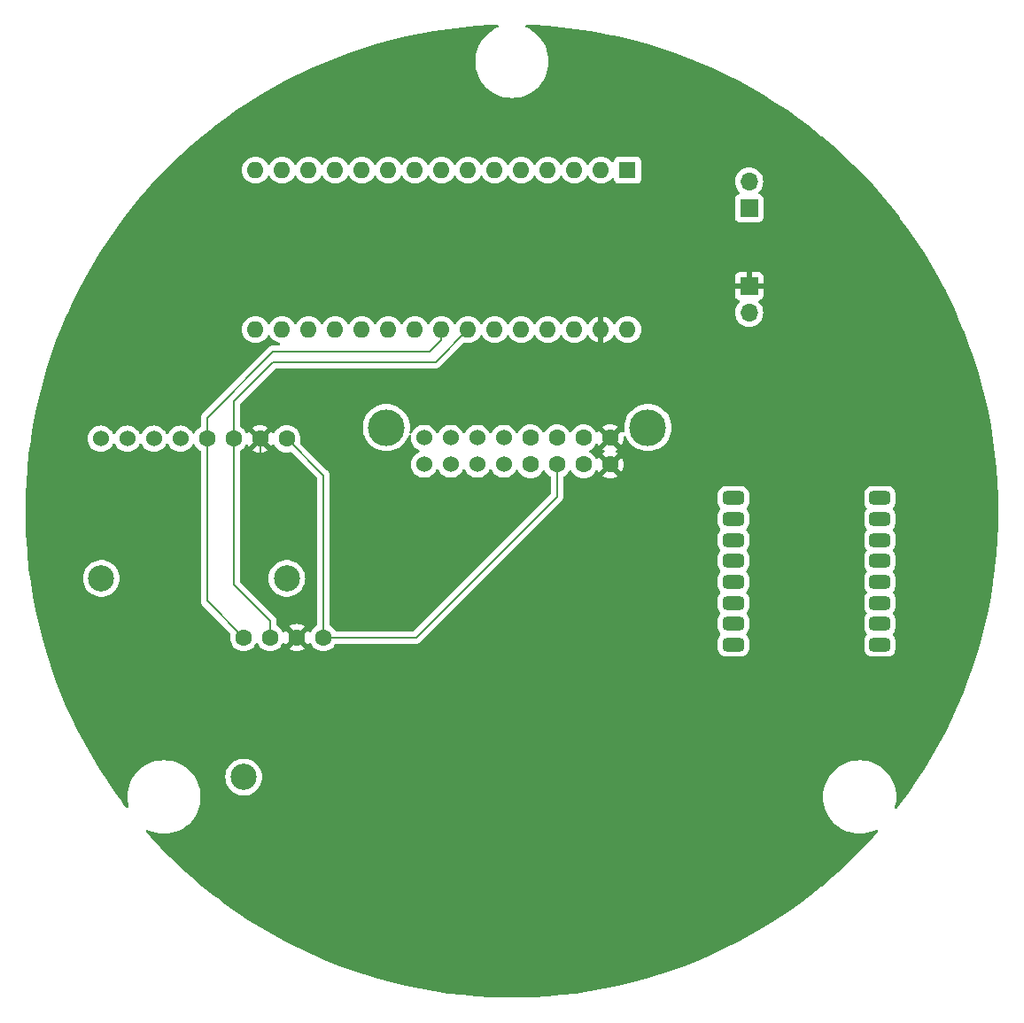
<source format=gbr>
%TF.GenerationSoftware,KiCad,Pcbnew,8.0.1*%
%TF.CreationDate,2024-06-11T18:45:44+02:00*%
%TF.ProjectId,PCB_Plaque_Basse,5043425f-506c-4617-9175-655f42617373,rev?*%
%TF.SameCoordinates,Original*%
%TF.FileFunction,Copper,L2,Bot*%
%TF.FilePolarity,Positive*%
%FSLAX46Y46*%
G04 Gerber Fmt 4.6, Leading zero omitted, Abs format (unit mm)*
G04 Created by KiCad (PCBNEW 8.0.1) date 2024-06-11 18:45:44*
%MOMM*%
%LPD*%
G01*
G04 APERTURE LIST*
G04 Aperture macros list*
%AMRoundRect*
0 Rectangle with rounded corners*
0 $1 Rounding radius*
0 $2 $3 $4 $5 $6 $7 $8 $9 X,Y pos of 4 corners*
0 Add a 4 corners polygon primitive as box body*
4,1,4,$2,$3,$4,$5,$6,$7,$8,$9,$2,$3,0*
0 Add four circle primitives for the rounded corners*
1,1,$1+$1,$2,$3*
1,1,$1+$1,$4,$5*
1,1,$1+$1,$6,$7*
1,1,$1+$1,$8,$9*
0 Add four rect primitives between the rounded corners*
20,1,$1+$1,$2,$3,$4,$5,0*
20,1,$1+$1,$4,$5,$6,$7,0*
20,1,$1+$1,$6,$7,$8,$9,0*
20,1,$1+$1,$8,$9,$2,$3,0*%
G04 Aperture macros list end*
%TA.AperFunction,ComponentPad*%
%ADD10R,1.700000X1.700000*%
%TD*%
%TA.AperFunction,ComponentPad*%
%ADD11O,1.700000X1.700000*%
%TD*%
%TA.AperFunction,ComponentPad*%
%ADD12R,1.600000X1.600000*%
%TD*%
%TA.AperFunction,ComponentPad*%
%ADD13O,1.600000X1.600000*%
%TD*%
%TA.AperFunction,WasherPad*%
%ADD14C,2.500000*%
%TD*%
%TA.AperFunction,ComponentPad*%
%ADD15C,1.600000*%
%TD*%
%TA.AperFunction,WasherPad*%
%ADD16C,3.500000*%
%TD*%
%TA.AperFunction,ComponentPad*%
%ADD17C,1.524000*%
%TD*%
%TA.AperFunction,ComponentPad*%
%ADD18RoundRect,0.325000X0.675000X0.325000X-0.675000X0.325000X-0.675000X-0.325000X0.675000X-0.325000X0*%
%TD*%
%TA.AperFunction,Conductor*%
%ADD19C,0.200000*%
%TD*%
G04 APERTURE END LIST*
D10*
%TO.P,Inter_Pile1,1,GND*%
%TO.N,Net-(BMP1-GND)*%
X160500000Y-75725000D03*
D11*
%TO.P,Inter_Pile1,2,Vin*%
%TO.N,Net-(Arduino_Nano1-Vin)*%
X160500000Y-78265000D03*
%TD*%
D12*
%TO.P,Arduino_Nano1,1,TxD*%
%TO.N,unconnected-(Arduino_Nano1-TxD-Pad1)*%
X148880000Y-64640000D03*
D13*
%TO.P,Arduino_Nano1,2,RxD*%
%TO.N,unconnected-(Arduino_Nano1-RxD-Pad2)*%
X146340000Y-64640000D03*
%TO.P,Arduino_Nano1,3,Reset*%
%TO.N,unconnected-(Arduino_Nano1-Reset-Pad3)*%
X143800000Y-64640000D03*
%TO.P,Arduino_Nano1,4,GND*%
%TO.N,Net-(Inter_Cap_Vol1-GND)*%
X141260000Y-64640000D03*
%TO.P,Arduino_Nano1,5,D2*%
%TO.N,unconnected-(Arduino_Nano1-D2-Pad5)*%
X138720000Y-64640000D03*
%TO.P,Arduino_Nano1,6,D3*%
%TO.N,unconnected-(Arduino_Nano1-D3-Pad6)*%
X136180000Y-64640000D03*
%TO.P,Arduino_Nano1,7,D4*%
%TO.N,Net-(Arduino_Nano1-D4)*%
X133640000Y-64640000D03*
%TO.P,Arduino_Nano1,8,D5*%
%TO.N,Net-(Arduino_Nano1-D5)*%
X131100000Y-64640000D03*
%TO.P,Arduino_Nano1,9,D6*%
%TO.N,Net-(Arduino_Nano1-D6)*%
X128560000Y-64640000D03*
%TO.P,Arduino_Nano1,10,D7*%
%TO.N,unconnected-(Arduino_Nano1-D7-Pad10)*%
X126020000Y-64640000D03*
%TO.P,Arduino_Nano1,11,D8*%
%TO.N,unconnected-(Arduino_Nano1-D8-Pad11)*%
X123480000Y-64640000D03*
%TO.P,Arduino_Nano1,12,D9*%
%TO.N,unconnected-(Arduino_Nano1-D9-Pad12)*%
X120940000Y-64640000D03*
%TO.P,Arduino_Nano1,13,D10*%
%TO.N,unconnected-(Arduino_Nano1-D10-Pad13)*%
X118400000Y-64640000D03*
%TO.P,Arduino_Nano1,14,D11*%
%TO.N,Net-(Arduino_Nano1-D11)*%
X115860000Y-64640000D03*
%TO.P,Arduino_Nano1,15,D12*%
%TO.N,Net-(Arduino_Nano1-D12)*%
X113320000Y-64640000D03*
%TO.P,Arduino_Nano1,16,D13*%
%TO.N,Net-(Arduino_Nano1-D13)*%
X113320000Y-79880000D03*
%TO.P,Arduino_Nano1,17,3V3*%
%TO.N,unconnected-(Arduino_Nano1-3V3-Pad17)*%
X115860000Y-79880000D03*
%TO.P,Arduino_Nano1,18,Aref*%
%TO.N,unconnected-(Arduino_Nano1-Aref-Pad18)*%
X118400000Y-79880000D03*
%TO.P,Arduino_Nano1,19,A0*%
%TO.N,unconnected-(Arduino_Nano1-A0-Pad19)*%
X120940000Y-79880000D03*
%TO.P,Arduino_Nano1,20,A1*%
%TO.N,unconnected-(Arduino_Nano1-A1-Pad20)*%
X123480000Y-79880000D03*
%TO.P,Arduino_Nano1,21,A2*%
%TO.N,unconnected-(Arduino_Nano1-A2-Pad21)*%
X126020000Y-79880000D03*
%TO.P,Arduino_Nano1,22,A3*%
%TO.N,unconnected-(Arduino_Nano1-A3-Pad22)*%
X128560000Y-79880000D03*
%TO.P,Arduino_Nano1,23,A4*%
%TO.N,Net-(Arduino_Nano1-A4)*%
X131100000Y-79880000D03*
%TO.P,Arduino_Nano1,24,A5*%
%TO.N,Net-(Arduino_Nano1-A5)*%
X133640000Y-79880000D03*
%TO.P,Arduino_Nano1,25,A6*%
%TO.N,unconnected-(Arduino_Nano1-A6-Pad25)*%
X136180000Y-79880000D03*
%TO.P,Arduino_Nano1,26,A7*%
%TO.N,unconnected-(Arduino_Nano1-A7-Pad26)*%
X138720000Y-79880000D03*
%TO.P,Arduino_Nano1,27,5V*%
%TO.N,Net-(Arduino_Nano1-5V)*%
X141260000Y-79880000D03*
%TO.P,Arduino_Nano1,28,Reset*%
%TO.N,unconnected-(Arduino_Nano1-Reset-Pad28)*%
X143800000Y-79880000D03*
%TO.P,Arduino_Nano1,29,GND*%
%TO.N,Net-(BMP1-GND)*%
X146340000Y-79880000D03*
%TO.P,Arduino_Nano1,30,Vin*%
%TO.N,Net-(Arduino_Nano1-Vin)*%
X148880000Y-79880000D03*
%TD*%
D10*
%TO.P,Inter_Cap_Vol1,1,GND*%
%TO.N,Net-(Inter_Cap_Vol1-GND)*%
X160500000Y-68275000D03*
D11*
%TO.P,Inter_Cap_Vol1,2,Cap*%
%TO.N,Net-(Arduino_Nano1-D4)*%
X160500000Y-65735000D03*
%TD*%
D14*
%TO.P,BMP1,*%
%TO.N,*%
X112190000Y-122662500D03*
D15*
%TO.P,BMP1,1,VCC*%
%TO.N,Net-(Arduino_Nano1-5V)*%
X119810000Y-109322500D03*
%TO.P,BMP1,2,GND*%
%TO.N,Net-(BMP1-GND)*%
X117270000Y-109322500D03*
%TO.P,BMP1,3,SCL*%
%TO.N,Net-(Arduino_Nano1-A5)*%
X114730000Y-109322500D03*
%TO.P,BMP1,4,SDA*%
%TO.N,Net-(Arduino_Nano1-A4)*%
X112190000Y-109322500D03*
%TD*%
D16*
%TO.P,Module_SD1,*%
%TO.N,*%
X125830000Y-89250000D03*
X150830000Y-89250000D03*
D15*
%TO.P,Module_SD1,1,GND*%
%TO.N,Net-(BMP1-GND)*%
X147220000Y-92790000D03*
X147220000Y-90250000D03*
%TO.P,Module_SD1,2,3V3*%
%TO.N,unconnected-(Module_SD1-3V3-Pad2)*%
X144680000Y-92790000D03*
%TO.N,unconnected-(Module_SD1-3V3-Pad2)_0*%
X144680000Y-90250000D03*
%TO.P,Module_SD1,3,5V*%
%TO.N,Net-(Arduino_Nano1-5V)*%
X142140000Y-92790000D03*
X142140000Y-90250000D03*
%TO.P,Module_SD1,4,CS*%
%TO.N,Net-(Arduino_Nano1-D6)*%
X139600000Y-92790000D03*
X139600000Y-90250000D03*
D17*
%TO.P,Module_SD1,5,MOSI*%
%TO.N,Net-(Arduino_Nano1-D11)*%
X137060000Y-92790000D03*
X137060000Y-90250000D03*
%TO.P,Module_SD1,6,SCK*%
%TO.N,Net-(Arduino_Nano1-D13)*%
X134520000Y-92790000D03*
X134520000Y-90250000D03*
%TO.P,Module_SD1,7,MISO*%
%TO.N,Net-(Arduino_Nano1-D12)*%
X131980000Y-92790000D03*
X131980000Y-90250000D03*
%TO.P,Module_SD1,8,GND*%
%TO.N,unconnected-(Module_SD1-GND-Pad8)*%
X129440000Y-92790000D03*
%TO.N,unconnected-(Module_SD1-GND-Pad8)_0*%
X129440000Y-90250000D03*
%TD*%
D18*
%TO.P,Module_LORA1,1,DI02*%
%TO.N,unconnected-(Module_LORA1-DI02-Pad1)*%
X159000000Y-110000000D03*
%TO.P,Module_LORA1,2,DI01*%
%TO.N,unconnected-(Module_LORA1-DI01-Pad2)*%
X159000000Y-108000000D03*
%TO.P,Module_LORA1,3,DI00*%
%TO.N,unconnected-(Module_LORA1-DI00-Pad3)*%
X159000000Y-106000000D03*
%TO.P,Module_LORA1,4,VDD*%
%TO.N,Net-(Arduino_Nano1-5V)*%
X159000000Y-104000000D03*
%TO.P,Module_LORA1,5,DI04*%
%TO.N,unconnected-(Module_LORA1-DI04-Pad5)*%
X159000000Y-102000000D03*
%TO.P,Module_LORA1,6,DI03*%
%TO.N,unconnected-(Module_LORA1-DI03-Pad6)*%
X159000000Y-100000000D03*
%TO.P,Module_LORA1,7,GND*%
%TO.N,Net-(BMP1-GND)*%
X159000000Y-98000000D03*
%TO.P,Module_LORA1,8,ANT*%
%TO.N,unconnected-(Module_LORA1-ANT-Pad8)*%
X159000000Y-96000000D03*
%TO.P,Module_LORA1,9,GND*%
%TO.N,unconnected-(Module_LORA1-GND-Pad9)*%
X173000000Y-110000000D03*
%TO.P,Module_LORA1,10,MISO*%
%TO.N,Net-(Arduino_Nano1-D12)*%
X173000000Y-108000000D03*
%TO.P,Module_LORA1,11,MOSI*%
%TO.N,Net-(Arduino_Nano1-D11)*%
X173000000Y-106000000D03*
%TO.P,Module_LORA1,12,SCK*%
%TO.N,Net-(Arduino_Nano1-D13)*%
X173000000Y-104000000D03*
%TO.P,Module_LORA1,13,NSS*%
%TO.N,Net-(Arduino_Nano1-D5)*%
X173000000Y-102000000D03*
%TO.P,Module_LORA1,14,RST*%
%TO.N,unconnected-(Module_LORA1-RST-Pad14)*%
X173000000Y-100000000D03*
%TO.P,Module_LORA1,15,DI05*%
%TO.N,unconnected-(Module_LORA1-DI05-Pad15)*%
X173000000Y-98000000D03*
%TO.P,Module_LORA1,16,GND*%
%TO.N,unconnected-(Module_LORA1-GND-Pad16)*%
X173000000Y-96000000D03*
%TD*%
D14*
%TO.P,MPU1,*%
%TO.N,*%
X116312500Y-103662500D03*
X98582500Y-103662500D03*
D15*
%TO.P,MPU1,1,VCC*%
%TO.N,Net-(Arduino_Nano1-5V)*%
X116312500Y-90322500D03*
%TO.P,MPU1,2,GND*%
%TO.N,Net-(BMP1-GND)*%
X113772500Y-90322500D03*
%TO.P,MPU1,3,SCL*%
%TO.N,Net-(Arduino_Nano1-A5)*%
X111232500Y-90322500D03*
%TO.P,MPU1,4,SDA*%
%TO.N,Net-(Arduino_Nano1-A4)*%
X108692500Y-90322500D03*
D17*
%TO.P,MPU1,5,XDA*%
%TO.N,unconnected-(MPU1-XDA-Pad5)*%
X106152500Y-90322500D03*
%TO.P,MPU1,6,XCL*%
%TO.N,unconnected-(MPU1-XCL-Pad6)*%
X103612500Y-90322500D03*
%TO.P,MPU1,7,AD0*%
%TO.N,unconnected-(MPU1-AD0-Pad7)*%
X101072500Y-90322500D03*
%TO.P,MPU1,8,INT*%
%TO.N,unconnected-(MPU1-INT-Pad8)*%
X98532500Y-90322500D03*
%TD*%
D19*
%TO.N,Net-(Arduino_Nano1-A5)*%
X111232500Y-90322500D02*
X111232500Y-86767500D01*
X111232500Y-104232500D02*
X114730000Y-107730000D01*
X111232500Y-86767500D02*
X115000000Y-83000000D01*
X114730000Y-107730000D02*
X114730000Y-109322500D01*
X111232500Y-90322500D02*
X111232500Y-104232500D01*
X115000000Y-83000000D02*
X130520000Y-83000000D01*
X130520000Y-83000000D02*
X133640000Y-79880000D01*
%TO.N,Net-(Arduino_Nano1-5V)*%
X142140000Y-92790000D02*
X142140000Y-95860000D01*
X119810000Y-93820000D02*
X116312500Y-90322500D01*
X119810000Y-109322500D02*
X119810000Y-93820000D01*
X128677500Y-109322500D02*
X119810000Y-109322500D01*
X142140000Y-95860000D02*
X128677500Y-109322500D01*
%TO.N,Net-(Arduino_Nano1-A4)*%
X130000000Y-82000000D02*
X115000000Y-82000000D01*
X115000000Y-82000000D02*
X108692500Y-88307500D01*
X108692500Y-105825000D02*
X112190000Y-109322500D01*
X108692500Y-90322500D02*
X108692500Y-105825000D01*
X108692500Y-88307500D02*
X108692500Y-90322500D01*
X131100000Y-80900000D02*
X130000000Y-82000000D01*
X131100000Y-79880000D02*
X131100000Y-80900000D01*
%TO.N,Net-(BMP1-GND)*%
X113772500Y-105825000D02*
X117270000Y-109322500D01*
X113772500Y-90322500D02*
X113772500Y-105825000D01*
X143500000Y-84000000D02*
X146340000Y-81160000D01*
X113772500Y-90322500D02*
X120095000Y-84000000D01*
X146340000Y-81160000D02*
X146340000Y-79880000D01*
X120095000Y-84000000D02*
X143500000Y-84000000D01*
%TD*%
%TA.AperFunction,Conductor*%
%TO.N,Net-(BMP1-GND)*%
G36*
X114851524Y-91047971D02*
G01*
X114902633Y-90974982D01*
X114929841Y-90916635D01*
X114976013Y-90864196D01*
X115043207Y-90845043D01*
X115110088Y-90865258D01*
X115154605Y-90916632D01*
X115181932Y-90975234D01*
X115181933Y-90975235D01*
X115312454Y-91161641D01*
X115473358Y-91322545D01*
X115473361Y-91322547D01*
X115659766Y-91453068D01*
X115866004Y-91549239D01*
X116085808Y-91608135D01*
X116247730Y-91622301D01*
X116312498Y-91627968D01*
X116312500Y-91627968D01*
X116312502Y-91627968D01*
X116369173Y-91623009D01*
X116539192Y-91608135D01*
X116635432Y-91582347D01*
X116705281Y-91584010D01*
X116755206Y-91614441D01*
X119173181Y-94032416D01*
X119206666Y-94093739D01*
X119209500Y-94120097D01*
X119209500Y-108090806D01*
X119189815Y-108157845D01*
X119156623Y-108192381D01*
X118970859Y-108322453D01*
X118809954Y-108483358D01*
X118679432Y-108669765D01*
X118679428Y-108669772D01*
X118652105Y-108728366D01*
X118605932Y-108780805D01*
X118538738Y-108799956D01*
X118471858Y-108779739D01*
X118427342Y-108728364D01*
X118400136Y-108670021D01*
X118400132Y-108670013D01*
X118349025Y-108597026D01*
X117752962Y-109193089D01*
X117735925Y-109129507D01*
X117670099Y-109015493D01*
X117577007Y-108922401D01*
X117462993Y-108856575D01*
X117399410Y-108839537D01*
X117995472Y-108243474D01*
X117922478Y-108192363D01*
X117716331Y-108096235D01*
X117716317Y-108096230D01*
X117496610Y-108037360D01*
X117496599Y-108037358D01*
X117270002Y-108017534D01*
X117269998Y-108017534D01*
X117043400Y-108037358D01*
X117043389Y-108037360D01*
X116823682Y-108096230D01*
X116823673Y-108096234D01*
X116617516Y-108192366D01*
X116617512Y-108192368D01*
X116544526Y-108243473D01*
X116544526Y-108243474D01*
X117140590Y-108839537D01*
X117077007Y-108856575D01*
X116962993Y-108922401D01*
X116869901Y-109015493D01*
X116804075Y-109129507D01*
X116787037Y-109193089D01*
X116190974Y-108597026D01*
X116190973Y-108597026D01*
X116139868Y-108670012D01*
X116139868Y-108670013D01*
X116112657Y-108728367D01*
X116066484Y-108780806D01*
X115999290Y-108799957D01*
X115932409Y-108779741D01*
X115887893Y-108728365D01*
X115883603Y-108719166D01*
X115860568Y-108669766D01*
X115730047Y-108483361D01*
X115730045Y-108483358D01*
X115569140Y-108322453D01*
X115383377Y-108192381D01*
X115339752Y-108137804D01*
X115330500Y-108090806D01*
X115330500Y-107819059D01*
X115330501Y-107819046D01*
X115330501Y-107650945D01*
X115330501Y-107650943D01*
X115289577Y-107498215D01*
X115226320Y-107388651D01*
X115210520Y-107361284D01*
X115098716Y-107249480D01*
X115098715Y-107249479D01*
X115094385Y-107245149D01*
X115094374Y-107245139D01*
X111869319Y-104020084D01*
X111835834Y-103958761D01*
X111833000Y-103932403D01*
X111833000Y-103662504D01*
X114557092Y-103662504D01*
X114576696Y-103924120D01*
X114576697Y-103924125D01*
X114635076Y-104179902D01*
X114635078Y-104179911D01*
X114635080Y-104179916D01*
X114730932Y-104424143D01*
X114862114Y-104651357D01*
X114958491Y-104772210D01*
X115025698Y-104856485D01*
X115180372Y-105000000D01*
X115218021Y-105034933D01*
X115434796Y-105182728D01*
X115434801Y-105182730D01*
X115434802Y-105182731D01*
X115434803Y-105182732D01*
X115528368Y-105227790D01*
X115671173Y-105296561D01*
X115671174Y-105296561D01*
X115671177Y-105296563D01*
X115921885Y-105373896D01*
X116181318Y-105413000D01*
X116443682Y-105413000D01*
X116703115Y-105373896D01*
X116953823Y-105296563D01*
X117190204Y-105182728D01*
X117406979Y-105034933D01*
X117599305Y-104856481D01*
X117762886Y-104651357D01*
X117894068Y-104424143D01*
X117989920Y-104179916D01*
X118048302Y-103924130D01*
X118067908Y-103662500D01*
X118063465Y-103603216D01*
X118048303Y-103400879D01*
X118048302Y-103400874D01*
X118048302Y-103400870D01*
X117989920Y-103145084D01*
X117894068Y-102900857D01*
X117762886Y-102673643D01*
X117599305Y-102468519D01*
X117599304Y-102468518D01*
X117599301Y-102468514D01*
X117406979Y-102290067D01*
X117190204Y-102142272D01*
X117190200Y-102142270D01*
X117190197Y-102142268D01*
X117190196Y-102142267D01*
X116953825Y-102028438D01*
X116953827Y-102028438D01*
X116703123Y-101951106D01*
X116703119Y-101951105D01*
X116703115Y-101951104D01*
X116578323Y-101932294D01*
X116443687Y-101912000D01*
X116443682Y-101912000D01*
X116181318Y-101912000D01*
X116181312Y-101912000D01*
X116019747Y-101936353D01*
X115921885Y-101951104D01*
X115921882Y-101951105D01*
X115921876Y-101951106D01*
X115671173Y-102028438D01*
X115434803Y-102142267D01*
X115434802Y-102142268D01*
X115218020Y-102290067D01*
X115025698Y-102468514D01*
X114862114Y-102673643D01*
X114730932Y-102900856D01*
X114635082Y-103145078D01*
X114635076Y-103145097D01*
X114576697Y-103400874D01*
X114576696Y-103400879D01*
X114557092Y-103662495D01*
X114557092Y-103662504D01*
X111833000Y-103662504D01*
X111833000Y-91554192D01*
X111852685Y-91487153D01*
X111885874Y-91452619D01*
X112071639Y-91322547D01*
X112232547Y-91161639D01*
X112363068Y-90975234D01*
X112390393Y-90916634D01*
X112436565Y-90864195D01*
X112503758Y-90845043D01*
X112570639Y-90865258D01*
X112615157Y-90916634D01*
X112642364Y-90974980D01*
X112693474Y-91047972D01*
X113289537Y-90451909D01*
X113306575Y-90515493D01*
X113372401Y-90629507D01*
X113465493Y-90722599D01*
X113579507Y-90788425D01*
X113643090Y-90805462D01*
X113047026Y-91401525D01*
X113120013Y-91452632D01*
X113120021Y-91452636D01*
X113326168Y-91548764D01*
X113326182Y-91548769D01*
X113545889Y-91607639D01*
X113545900Y-91607641D01*
X113772498Y-91627466D01*
X113772502Y-91627466D01*
X113999099Y-91607641D01*
X113999110Y-91607639D01*
X114218817Y-91548769D01*
X114218831Y-91548764D01*
X114424978Y-91452636D01*
X114497971Y-91401524D01*
X113901909Y-90805462D01*
X113965493Y-90788425D01*
X114079507Y-90722599D01*
X114172599Y-90629507D01*
X114238425Y-90515493D01*
X114255462Y-90451909D01*
X114851524Y-91047971D01*
G37*
%TD.AperFunction*%
%TA.AperFunction,Conductor*%
G36*
X146754075Y-90442993D02*
G01*
X146819901Y-90557007D01*
X146912993Y-90650099D01*
X147027007Y-90715925D01*
X147090590Y-90732962D01*
X146494526Y-91329025D01*
X146567513Y-91380132D01*
X146567517Y-91380134D01*
X146626456Y-91407618D01*
X146678895Y-91453790D01*
X146698047Y-91520984D01*
X146677831Y-91587865D01*
X146626457Y-91632382D01*
X146567512Y-91659868D01*
X146494526Y-91710973D01*
X146494526Y-91710974D01*
X147090590Y-92307037D01*
X147027007Y-92324075D01*
X146912993Y-92389901D01*
X146819901Y-92482993D01*
X146754075Y-92597007D01*
X146737037Y-92660589D01*
X146140974Y-92064526D01*
X146140973Y-92064526D01*
X146089868Y-92137512D01*
X146089868Y-92137513D01*
X146062657Y-92195867D01*
X146016484Y-92248306D01*
X145949290Y-92267457D01*
X145882409Y-92247241D01*
X145837893Y-92195865D01*
X145810682Y-92137512D01*
X145810568Y-92137266D01*
X145680047Y-91950861D01*
X145680045Y-91950858D01*
X145519141Y-91789954D01*
X145332734Y-91659432D01*
X145332728Y-91659429D01*
X145274725Y-91632382D01*
X145222285Y-91586210D01*
X145203133Y-91519017D01*
X145223348Y-91452135D01*
X145274725Y-91407618D01*
X145332734Y-91380568D01*
X145519139Y-91250047D01*
X145680047Y-91089139D01*
X145810568Y-90902734D01*
X145837893Y-90844134D01*
X145884065Y-90791695D01*
X145951258Y-90772543D01*
X146018139Y-90792758D01*
X146062657Y-90844134D01*
X146089864Y-90902480D01*
X146140974Y-90975472D01*
X146737037Y-90379409D01*
X146754075Y-90442993D01*
G37*
%TD.AperFunction*%
%TA.AperFunction,Conductor*%
G36*
X139875444Y-50795535D02*
G01*
X139879048Y-50795695D01*
X141238268Y-50875602D01*
X141241883Y-50875868D01*
X142598203Y-50995645D01*
X142601749Y-50996011D01*
X143954007Y-51155557D01*
X143957604Y-51156036D01*
X145304524Y-51355201D01*
X145308075Y-51355779D01*
X146198238Y-51514237D01*
X146648623Y-51594410D01*
X146652197Y-51595101D01*
X146891817Y-51645054D01*
X147985110Y-51872971D01*
X147988609Y-51873754D01*
X149312851Y-52190648D01*
X149316330Y-52191535D01*
X150630689Y-52547165D01*
X150634107Y-52548144D01*
X151937469Y-52942209D01*
X151940938Y-52943314D01*
X153232099Y-53375447D01*
X153235535Y-53376653D01*
X154513460Y-53846507D01*
X154516823Y-53847800D01*
X154738388Y-53936730D01*
X155780463Y-54354990D01*
X155783821Y-54356396D01*
X157031999Y-54900451D01*
X157035187Y-54901896D01*
X158266949Y-55482402D01*
X158270189Y-55483988D01*
X159484275Y-56100353D01*
X159487445Y-56102021D01*
X160682937Y-56753774D01*
X160686108Y-56755564D01*
X161861898Y-57442100D01*
X161865014Y-57443981D01*
X163020158Y-58164748D01*
X163023218Y-58166720D01*
X164156760Y-58921122D01*
X164159695Y-58923139D01*
X165270557Y-59710463D01*
X165273496Y-59712611D01*
X166360796Y-60532229D01*
X166363612Y-60534417D01*
X167075236Y-61104364D01*
X167426388Y-61385605D01*
X167429196Y-61387923D01*
X168466470Y-62269895D01*
X168469208Y-62272293D01*
X169480159Y-63184352D01*
X169482826Y-63186830D01*
X170115388Y-63792128D01*
X170434737Y-64097714D01*
X170466581Y-64128185D01*
X170469174Y-64130741D01*
X171424835Y-65100535D01*
X171427352Y-65103165D01*
X172354148Y-66100615D01*
X172356587Y-66103318D01*
X173253722Y-67127568D01*
X173256080Y-67130342D01*
X174122721Y-68180440D01*
X174124997Y-68183281D01*
X174822181Y-69080451D01*
X174940323Y-69232482D01*
X174960458Y-69258392D01*
X174962650Y-69261299D01*
X175766211Y-70360506D01*
X175768316Y-70363477D01*
X176539224Y-71485743D01*
X176541241Y-71488773D01*
X177278901Y-72633232D01*
X177280828Y-72636321D01*
X177984550Y-73801906D01*
X177986386Y-73805050D01*
X178655605Y-74990824D01*
X178657347Y-74994020D01*
X179007406Y-75659174D01*
X179287257Y-76190925D01*
X179291462Y-76198914D01*
X179293110Y-76202161D01*
X179891570Y-77425135D01*
X179893122Y-77428428D01*
X180062222Y-77801335D01*
X180421831Y-78594365D01*
X180455425Y-78668447D01*
X180456875Y-78671774D01*
X180962541Y-79879998D01*
X180982551Y-79927808D01*
X180983902Y-79931177D01*
X181070169Y-80155580D01*
X181472460Y-81202052D01*
X181473717Y-81205469D01*
X181924772Y-82490188D01*
X181925927Y-82493640D01*
X182339057Y-83790995D01*
X182340111Y-83794480D01*
X182714993Y-85103460D01*
X182715943Y-85106974D01*
X183052216Y-86426314D01*
X183053064Y-86429855D01*
X183350475Y-87758562D01*
X183351218Y-87762126D01*
X183609490Y-89098974D01*
X183610128Y-89102558D01*
X183829047Y-90446427D01*
X183829579Y-90450028D01*
X184008947Y-91799700D01*
X184009374Y-91803316D01*
X184149049Y-93157719D01*
X184149369Y-93161345D01*
X184249218Y-94519228D01*
X184249432Y-94522863D01*
X184309378Y-95883116D01*
X184309485Y-95886755D01*
X184329473Y-97248180D01*
X184329473Y-97251820D01*
X184309485Y-98613244D01*
X184309378Y-98616883D01*
X184249432Y-99977136D01*
X184249218Y-99980771D01*
X184149369Y-101338654D01*
X184149049Y-101342280D01*
X184009374Y-102696683D01*
X184008947Y-102700299D01*
X183829579Y-104049971D01*
X183829047Y-104053572D01*
X183610128Y-105397441D01*
X183609490Y-105401025D01*
X183351218Y-106737873D01*
X183350475Y-106741437D01*
X183053064Y-108070144D01*
X183052216Y-108073685D01*
X182715943Y-109393025D01*
X182714993Y-109396539D01*
X182340111Y-110705519D01*
X182339057Y-110709004D01*
X181925927Y-112006359D01*
X181924772Y-112009811D01*
X181473717Y-113294530D01*
X181472460Y-113297947D01*
X180983907Y-114568812D01*
X180982551Y-114572191D01*
X180456880Y-115828215D01*
X180455425Y-115831552D01*
X179893122Y-117071571D01*
X179891570Y-117074864D01*
X179293110Y-118297838D01*
X179291462Y-118301085D01*
X178657347Y-119505979D01*
X178655605Y-119509175D01*
X177986386Y-120694949D01*
X177984550Y-120698093D01*
X177280828Y-121863678D01*
X177278901Y-121866767D01*
X176541241Y-123011226D01*
X176539224Y-123014256D01*
X175768316Y-124136522D01*
X175766211Y-124139493D01*
X174962650Y-125238700D01*
X174960458Y-125241607D01*
X174655573Y-125633947D01*
X174598894Y-125674804D01*
X174529124Y-125678532D01*
X174468414Y-125643947D01*
X174436040Y-125582031D01*
X174437885Y-125525773D01*
X174498705Y-125298794D01*
X174556102Y-124936404D01*
X174575304Y-124570000D01*
X174556102Y-124203596D01*
X174498705Y-123841206D01*
X174403742Y-123486801D01*
X174272255Y-123144264D01*
X174105682Y-122817348D01*
X173905851Y-122509634D01*
X173674949Y-122224494D01*
X173415506Y-121965051D01*
X173336232Y-121900856D01*
X173130364Y-121734147D01*
X172822656Y-121534320D01*
X172495739Y-121367746D01*
X172153206Y-121236260D01*
X172153199Y-121236258D01*
X171798794Y-121141295D01*
X171798790Y-121141294D01*
X171798789Y-121141294D01*
X171436405Y-121083898D01*
X171070001Y-121064696D01*
X171069999Y-121064696D01*
X170703594Y-121083898D01*
X170341211Y-121141294D01*
X170341209Y-121141294D01*
X169986793Y-121236260D01*
X169644260Y-121367746D01*
X169317343Y-121534320D01*
X169009635Y-121734147D01*
X168724498Y-121965047D01*
X168724490Y-121965054D01*
X168465054Y-122224490D01*
X168465047Y-122224498D01*
X168234147Y-122509635D01*
X168034320Y-122817343D01*
X167867746Y-123144260D01*
X167736260Y-123486793D01*
X167641294Y-123841209D01*
X167641294Y-123841211D01*
X167587203Y-124182732D01*
X167583898Y-124203596D01*
X167564696Y-124570000D01*
X167583898Y-124936404D01*
X167641295Y-125298794D01*
X167731099Y-125633947D01*
X167736260Y-125653206D01*
X167867746Y-125995739D01*
X168034320Y-126322656D01*
X168234147Y-126630364D01*
X168234149Y-126630366D01*
X168465051Y-126915506D01*
X168724494Y-127174949D01*
X168724498Y-127174952D01*
X169009635Y-127405852D01*
X169234988Y-127552197D01*
X169317348Y-127605682D01*
X169644264Y-127772255D01*
X169929476Y-127881737D01*
X169977422Y-127900142D01*
X169986801Y-127903742D01*
X170341206Y-127998705D01*
X170703596Y-128056102D01*
X171049734Y-128074241D01*
X171069999Y-128075304D01*
X171070000Y-128075304D01*
X171070001Y-128075304D01*
X171089203Y-128074297D01*
X171436404Y-128056102D01*
X171798794Y-127998705D01*
X172153199Y-127903742D01*
X172495736Y-127772255D01*
X172658051Y-127689550D01*
X172726718Y-127676654D01*
X172791459Y-127702930D01*
X172831716Y-127760036D01*
X172834709Y-127829841D01*
X172807623Y-127881737D01*
X172356587Y-128396681D01*
X172354148Y-128399384D01*
X171427352Y-129396834D01*
X171424835Y-129399464D01*
X170469174Y-130369258D01*
X170466581Y-130371814D01*
X169482826Y-131313169D01*
X169480159Y-131315647D01*
X168469208Y-132227706D01*
X168466470Y-132230104D01*
X167429196Y-133112076D01*
X167426388Y-133114394D01*
X166363641Y-133965559D01*
X166360766Y-133967793D01*
X165273496Y-134787388D01*
X165270557Y-134789536D01*
X164159728Y-135576837D01*
X164156727Y-135578899D01*
X163023218Y-136333279D01*
X163020158Y-136335251D01*
X161865014Y-137056018D01*
X161861898Y-137057899D01*
X160686108Y-137744435D01*
X160682937Y-137746225D01*
X159487470Y-138397965D01*
X159484249Y-138399660D01*
X158270192Y-139016009D01*
X158266922Y-139017610D01*
X157568780Y-139346631D01*
X157035243Y-139598077D01*
X157031948Y-139599571D01*
X155783821Y-140143603D01*
X155780463Y-140145009D01*
X154516841Y-140652192D01*
X154513442Y-140653498D01*
X153235534Y-141123346D01*
X153232099Y-141124552D01*
X151940938Y-141556685D01*
X151937469Y-141557790D01*
X150634156Y-141951841D01*
X150630656Y-141952843D01*
X149316345Y-142308460D01*
X149312818Y-142309359D01*
X147988636Y-142626239D01*
X147985083Y-142627034D01*
X146652197Y-142904898D01*
X146648623Y-142905589D01*
X145308097Y-143144216D01*
X145304503Y-143144801D01*
X143957610Y-143343962D01*
X143954001Y-143344442D01*
X142601786Y-143503984D01*
X142598165Y-143504357D01*
X141241891Y-143624130D01*
X141238260Y-143624397D01*
X139879064Y-143704303D01*
X139875427Y-143704464D01*
X138514409Y-143744436D01*
X138510769Y-143744489D01*
X137149231Y-143744489D01*
X137145591Y-143744436D01*
X135784572Y-143704464D01*
X135780935Y-143704303D01*
X134421739Y-143624397D01*
X134418108Y-143624130D01*
X133061834Y-143504357D01*
X133058213Y-143503984D01*
X131705998Y-143344442D01*
X131702389Y-143343962D01*
X130355496Y-143144801D01*
X130351902Y-143144216D01*
X129011376Y-142905589D01*
X129007802Y-142904898D01*
X127674916Y-142627034D01*
X127671363Y-142626239D01*
X126347181Y-142309359D01*
X126343654Y-142308460D01*
X125029343Y-141952843D01*
X125025843Y-141951841D01*
X123722530Y-141557790D01*
X123719061Y-141556685D01*
X122427900Y-141124552D01*
X122424465Y-141123346D01*
X121146557Y-140653498D01*
X121143158Y-140652192D01*
X119879536Y-140145009D01*
X119876178Y-140143603D01*
X119045785Y-139781652D01*
X118628031Y-139599562D01*
X118624781Y-139598089D01*
X117393077Y-139017610D01*
X117389807Y-139016009D01*
X116175750Y-138399660D01*
X116172529Y-138397965D01*
X114977062Y-137746225D01*
X114973891Y-137744435D01*
X113798101Y-137057899D01*
X113794985Y-137056018D01*
X112639841Y-136335251D01*
X112636781Y-136333279D01*
X112019859Y-135922701D01*
X111503254Y-135578886D01*
X111500290Y-135576850D01*
X110389442Y-134789536D01*
X110386503Y-134787388D01*
X109698778Y-134268974D01*
X109299213Y-133967777D01*
X109296378Y-133965574D01*
X108584764Y-133395636D01*
X108233611Y-133114394D01*
X108230803Y-133112076D01*
X107193529Y-132230104D01*
X107190791Y-132227706D01*
X106179840Y-131315647D01*
X106177173Y-131313169D01*
X105193418Y-130371814D01*
X105190825Y-130369258D01*
X104235164Y-129399464D01*
X104232647Y-129396834D01*
X103305851Y-128399384D01*
X103303412Y-128396681D01*
X102868496Y-127900142D01*
X102839132Y-127836742D01*
X102848706Y-127767531D01*
X102894179Y-127714484D01*
X102961112Y-127694442D01*
X103018068Y-127707954D01*
X103144264Y-127772255D01*
X103429476Y-127881737D01*
X103477422Y-127900142D01*
X103486801Y-127903742D01*
X103841206Y-127998705D01*
X104203596Y-128056102D01*
X104549734Y-128074241D01*
X104569999Y-128075304D01*
X104570000Y-128075304D01*
X104570001Y-128075304D01*
X104589203Y-128074297D01*
X104936404Y-128056102D01*
X105298794Y-127998705D01*
X105653199Y-127903742D01*
X105995736Y-127772255D01*
X106322652Y-127605682D01*
X106630366Y-127405851D01*
X106915506Y-127174949D01*
X107174949Y-126915506D01*
X107405851Y-126630366D01*
X107605682Y-126322652D01*
X107772255Y-125995736D01*
X107903742Y-125653199D01*
X107998705Y-125298794D01*
X108056102Y-124936404D01*
X108075304Y-124570000D01*
X108056102Y-124203596D01*
X107998705Y-123841206D01*
X107903742Y-123486801D01*
X107772255Y-123144264D01*
X107605682Y-122817348D01*
X107505126Y-122662504D01*
X110434592Y-122662504D01*
X110454196Y-122924120D01*
X110454197Y-122924125D01*
X110512576Y-123179902D01*
X110512578Y-123179911D01*
X110512580Y-123179916D01*
X110608432Y-123424143D01*
X110739614Y-123651357D01*
X110871736Y-123817033D01*
X110903198Y-123856485D01*
X111002260Y-123948400D01*
X111095521Y-124034933D01*
X111312296Y-124182728D01*
X111312301Y-124182730D01*
X111312302Y-124182731D01*
X111312303Y-124182732D01*
X111437843Y-124243188D01*
X111548673Y-124296561D01*
X111548674Y-124296561D01*
X111548677Y-124296563D01*
X111799385Y-124373896D01*
X112058818Y-124413000D01*
X112321182Y-124413000D01*
X112580615Y-124373896D01*
X112831323Y-124296563D01*
X113067704Y-124182728D01*
X113284479Y-124034933D01*
X113476805Y-123856481D01*
X113640386Y-123651357D01*
X113771568Y-123424143D01*
X113867420Y-123179916D01*
X113925802Y-122924130D01*
X113933804Y-122817348D01*
X113945408Y-122662504D01*
X113945408Y-122662495D01*
X113925803Y-122400879D01*
X113925802Y-122400874D01*
X113925802Y-122400870D01*
X113867420Y-122145084D01*
X113771568Y-121900857D01*
X113640386Y-121673643D01*
X113476805Y-121468519D01*
X113476804Y-121468518D01*
X113476801Y-121468514D01*
X113284479Y-121290067D01*
X113067704Y-121142272D01*
X113067700Y-121142270D01*
X113067697Y-121142268D01*
X113067696Y-121142267D01*
X112831325Y-121028438D01*
X112831327Y-121028438D01*
X112580623Y-120951106D01*
X112580619Y-120951105D01*
X112580615Y-120951104D01*
X112455823Y-120932294D01*
X112321187Y-120912000D01*
X112321182Y-120912000D01*
X112058818Y-120912000D01*
X112058812Y-120912000D01*
X111897247Y-120936353D01*
X111799385Y-120951104D01*
X111799382Y-120951105D01*
X111799376Y-120951106D01*
X111548673Y-121028438D01*
X111312303Y-121142267D01*
X111312302Y-121142268D01*
X111095520Y-121290067D01*
X110903198Y-121468514D01*
X110739614Y-121673643D01*
X110608432Y-121900856D01*
X110512582Y-122145078D01*
X110512576Y-122145097D01*
X110454197Y-122400874D01*
X110454196Y-122400879D01*
X110434592Y-122662495D01*
X110434592Y-122662504D01*
X107505126Y-122662504D01*
X107405851Y-122509634D01*
X107174949Y-122224494D01*
X106915506Y-121965051D01*
X106836232Y-121900856D01*
X106630364Y-121734147D01*
X106322656Y-121534320D01*
X105995739Y-121367746D01*
X105653206Y-121236260D01*
X105653199Y-121236258D01*
X105298794Y-121141295D01*
X105298790Y-121141294D01*
X105298789Y-121141294D01*
X104936405Y-121083898D01*
X104570001Y-121064696D01*
X104569999Y-121064696D01*
X104203594Y-121083898D01*
X103841211Y-121141294D01*
X103841209Y-121141294D01*
X103486793Y-121236260D01*
X103144260Y-121367746D01*
X102817343Y-121534320D01*
X102509635Y-121734147D01*
X102224498Y-121965047D01*
X102224490Y-121965054D01*
X101965054Y-122224490D01*
X101965047Y-122224498D01*
X101734147Y-122509635D01*
X101534320Y-122817343D01*
X101367746Y-123144260D01*
X101236260Y-123486793D01*
X101141294Y-123841209D01*
X101141294Y-123841211D01*
X101083898Y-124203594D01*
X101064696Y-124569999D01*
X101064696Y-124570000D01*
X101083898Y-124936405D01*
X101141294Y-125298788D01*
X101141294Y-125298790D01*
X101191587Y-125486484D01*
X101189924Y-125556334D01*
X101150762Y-125614197D01*
X101086533Y-125641701D01*
X101017631Y-125630115D01*
X100973900Y-125594665D01*
X100699541Y-125241607D01*
X100697349Y-125238700D01*
X100476359Y-124936404D01*
X99893788Y-124139493D01*
X99891683Y-124136522D01*
X99234574Y-123179921D01*
X99120767Y-123014244D01*
X99118758Y-123011226D01*
X98381076Y-121866732D01*
X98379193Y-121863713D01*
X97675441Y-120698079D01*
X97673613Y-120694949D01*
X97004394Y-119509175D01*
X97002652Y-119505979D01*
X96414772Y-118388937D01*
X96368522Y-118301056D01*
X96366904Y-118297868D01*
X95768427Y-117074860D01*
X95766877Y-117071571D01*
X95204555Y-115831509D01*
X95203137Y-115828257D01*
X94677430Y-114572146D01*
X94676110Y-114568858D01*
X94187539Y-113297947D01*
X94186282Y-113294530D01*
X93735227Y-112009811D01*
X93734072Y-112006359D01*
X93461532Y-111150500D01*
X93320935Y-110708981D01*
X93319888Y-110705519D01*
X93297678Y-110627968D01*
X92944993Y-109396492D01*
X92944069Y-109393074D01*
X92607772Y-108073639D01*
X92606946Y-108070190D01*
X92309513Y-106741387D01*
X92308791Y-106737922D01*
X92050506Y-105401009D01*
X92049871Y-105397441D01*
X92046035Y-105373896D01*
X91830952Y-104053572D01*
X91830420Y-104049971D01*
X91778927Y-103662504D01*
X96827092Y-103662504D01*
X96846696Y-103924120D01*
X96846697Y-103924125D01*
X96905076Y-104179902D01*
X96905078Y-104179911D01*
X96905080Y-104179916D01*
X97000932Y-104424143D01*
X97132114Y-104651357D01*
X97228491Y-104772210D01*
X97295698Y-104856485D01*
X97450372Y-105000000D01*
X97488021Y-105034933D01*
X97704796Y-105182728D01*
X97704801Y-105182730D01*
X97704802Y-105182731D01*
X97704803Y-105182732D01*
X97798368Y-105227790D01*
X97941173Y-105296561D01*
X97941174Y-105296561D01*
X97941177Y-105296563D01*
X98191885Y-105373896D01*
X98451318Y-105413000D01*
X98713682Y-105413000D01*
X98973115Y-105373896D01*
X99223823Y-105296563D01*
X99460204Y-105182728D01*
X99676979Y-105034933D01*
X99869305Y-104856481D01*
X100032886Y-104651357D01*
X100164068Y-104424143D01*
X100259920Y-104179916D01*
X100318302Y-103924130D01*
X100337908Y-103662500D01*
X100333465Y-103603216D01*
X100318303Y-103400879D01*
X100318302Y-103400874D01*
X100318302Y-103400870D01*
X100259920Y-103145084D01*
X100164068Y-102900857D01*
X100032886Y-102673643D01*
X99869305Y-102468519D01*
X99869304Y-102468518D01*
X99869301Y-102468514D01*
X99676979Y-102290067D01*
X99460204Y-102142272D01*
X99460200Y-102142270D01*
X99460197Y-102142268D01*
X99460196Y-102142267D01*
X99223825Y-102028438D01*
X99223827Y-102028438D01*
X98973123Y-101951106D01*
X98973119Y-101951105D01*
X98973115Y-101951104D01*
X98848323Y-101932294D01*
X98713687Y-101912000D01*
X98713682Y-101912000D01*
X98451318Y-101912000D01*
X98451312Y-101912000D01*
X98289747Y-101936353D01*
X98191885Y-101951104D01*
X98191882Y-101951105D01*
X98191876Y-101951106D01*
X97941173Y-102028438D01*
X97704803Y-102142267D01*
X97704802Y-102142268D01*
X97488020Y-102290067D01*
X97295698Y-102468514D01*
X97132114Y-102673643D01*
X97000932Y-102900856D01*
X96905082Y-103145078D01*
X96905076Y-103145097D01*
X96846697Y-103400874D01*
X96846696Y-103400879D01*
X96827092Y-103662495D01*
X96827092Y-103662504D01*
X91778927Y-103662504D01*
X91778926Y-103662500D01*
X91651048Y-102700266D01*
X91650625Y-102696683D01*
X91641825Y-102611349D01*
X91510944Y-101342217D01*
X91510635Y-101338718D01*
X91410779Y-99980752D01*
X91410567Y-99977136D01*
X91394089Y-99603218D01*
X91350620Y-98616862D01*
X91350514Y-98613244D01*
X91330526Y-97251770D01*
X91330526Y-97248229D01*
X91350514Y-95886732D01*
X91350621Y-95883116D01*
X91362602Y-95611265D01*
X91410568Y-94522841D01*
X91410781Y-94519228D01*
X91510636Y-93161275D01*
X91510943Y-93157788D01*
X91650629Y-91803277D01*
X91651047Y-91799740D01*
X91830421Y-90450019D01*
X91830952Y-90446427D01*
X91851140Y-90322502D01*
X97265177Y-90322502D01*
X97284429Y-90542562D01*
X97284430Y-90542570D01*
X97341604Y-90755945D01*
X97341605Y-90755947D01*
X97341606Y-90755950D01*
X97434964Y-90956158D01*
X97434966Y-90956162D01*
X97434968Y-90956166D01*
X97561670Y-91137115D01*
X97561675Y-91137121D01*
X97717878Y-91293324D01*
X97717884Y-91293329D01*
X97898833Y-91420031D01*
X97898835Y-91420032D01*
X97898838Y-91420034D01*
X98099050Y-91513394D01*
X98312432Y-91570570D01*
X98466056Y-91584010D01*
X98532498Y-91589823D01*
X98532500Y-91589823D01*
X98532502Y-91589823D01*
X98598944Y-91584010D01*
X98752568Y-91570570D01*
X98965950Y-91513394D01*
X99166162Y-91420034D01*
X99347120Y-91293326D01*
X99503326Y-91137120D01*
X99630034Y-90956162D01*
X99690118Y-90827311D01*
X99736290Y-90774871D01*
X99803483Y-90755719D01*
X99870365Y-90775935D01*
X99914882Y-90827311D01*
X99974964Y-90956158D01*
X99974968Y-90956166D01*
X100101670Y-91137115D01*
X100101675Y-91137121D01*
X100257878Y-91293324D01*
X100257884Y-91293329D01*
X100438833Y-91420031D01*
X100438835Y-91420032D01*
X100438838Y-91420034D01*
X100639050Y-91513394D01*
X100852432Y-91570570D01*
X101006056Y-91584010D01*
X101072498Y-91589823D01*
X101072500Y-91589823D01*
X101072502Y-91589823D01*
X101138944Y-91584010D01*
X101292568Y-91570570D01*
X101505950Y-91513394D01*
X101706162Y-91420034D01*
X101887120Y-91293326D01*
X102043326Y-91137120D01*
X102170034Y-90956162D01*
X102230118Y-90827311D01*
X102276290Y-90774871D01*
X102343483Y-90755719D01*
X102410365Y-90775935D01*
X102454882Y-90827311D01*
X102514964Y-90956158D01*
X102514968Y-90956166D01*
X102641670Y-91137115D01*
X102641675Y-91137121D01*
X102797878Y-91293324D01*
X102797884Y-91293329D01*
X102978833Y-91420031D01*
X102978835Y-91420032D01*
X102978838Y-91420034D01*
X103179050Y-91513394D01*
X103392432Y-91570570D01*
X103546056Y-91584010D01*
X103612498Y-91589823D01*
X103612500Y-91589823D01*
X103612502Y-91589823D01*
X103678944Y-91584010D01*
X103832568Y-91570570D01*
X104045950Y-91513394D01*
X104246162Y-91420034D01*
X104427120Y-91293326D01*
X104583326Y-91137120D01*
X104710034Y-90956162D01*
X104770118Y-90827311D01*
X104816290Y-90774871D01*
X104883483Y-90755719D01*
X104950365Y-90775935D01*
X104994882Y-90827311D01*
X105054964Y-90956158D01*
X105054968Y-90956166D01*
X105181670Y-91137115D01*
X105181675Y-91137121D01*
X105337878Y-91293324D01*
X105337884Y-91293329D01*
X105518833Y-91420031D01*
X105518835Y-91420032D01*
X105518838Y-91420034D01*
X105719050Y-91513394D01*
X105932432Y-91570570D01*
X106086056Y-91584010D01*
X106152498Y-91589823D01*
X106152500Y-91589823D01*
X106152502Y-91589823D01*
X106218944Y-91584010D01*
X106372568Y-91570570D01*
X106585950Y-91513394D01*
X106786162Y-91420034D01*
X106967120Y-91293326D01*
X107123326Y-91137120D01*
X107250034Y-90956162D01*
X107289154Y-90872267D01*
X107335326Y-90819828D01*
X107402519Y-90800676D01*
X107469400Y-90820891D01*
X107513916Y-90872265D01*
X107534607Y-90916635D01*
X107561931Y-90975232D01*
X107561932Y-90975234D01*
X107692454Y-91161641D01*
X107853358Y-91322545D01*
X107853361Y-91322547D01*
X108039124Y-91452618D01*
X108082748Y-91507193D01*
X108092000Y-91554192D01*
X108092000Y-105738330D01*
X108091999Y-105738348D01*
X108091999Y-105904054D01*
X108091998Y-105904054D01*
X108132923Y-106056786D01*
X108132924Y-106056787D01*
X108148501Y-106083767D01*
X108211981Y-106193717D01*
X108330849Y-106312585D01*
X108330855Y-106312590D01*
X110898058Y-108879793D01*
X110931543Y-108941116D01*
X110930152Y-108999567D01*
X110904366Y-109095802D01*
X110904364Y-109095813D01*
X110884532Y-109322498D01*
X110884532Y-109322501D01*
X110904364Y-109549186D01*
X110904366Y-109549197D01*
X110963258Y-109768988D01*
X110963261Y-109768997D01*
X111059431Y-109975232D01*
X111059432Y-109975234D01*
X111189954Y-110161641D01*
X111350858Y-110322545D01*
X111350861Y-110322547D01*
X111537266Y-110453068D01*
X111743504Y-110549239D01*
X111963308Y-110608135D01*
X112125230Y-110622301D01*
X112189998Y-110627968D01*
X112190000Y-110627968D01*
X112190002Y-110627968D01*
X112246673Y-110623009D01*
X112416692Y-110608135D01*
X112636496Y-110549239D01*
X112842734Y-110453068D01*
X113029139Y-110322547D01*
X113190047Y-110161639D01*
X113320568Y-109975234D01*
X113347618Y-109917224D01*
X113393790Y-109864785D01*
X113460983Y-109845633D01*
X113527865Y-109865848D01*
X113572382Y-109917225D01*
X113599429Y-109975228D01*
X113599432Y-109975234D01*
X113729954Y-110161641D01*
X113890858Y-110322545D01*
X113890861Y-110322547D01*
X114077266Y-110453068D01*
X114283504Y-110549239D01*
X114503308Y-110608135D01*
X114665230Y-110622301D01*
X114729998Y-110627968D01*
X114730000Y-110627968D01*
X114730002Y-110627968D01*
X114786673Y-110623009D01*
X114956692Y-110608135D01*
X115176496Y-110549239D01*
X115382734Y-110453068D01*
X115569139Y-110322547D01*
X115730047Y-110161639D01*
X115860568Y-109975234D01*
X115887893Y-109916634D01*
X115934065Y-109864195D01*
X116001258Y-109845043D01*
X116068139Y-109865258D01*
X116112657Y-109916634D01*
X116139864Y-109974980D01*
X116190974Y-110047972D01*
X116787037Y-109451909D01*
X116804075Y-109515493D01*
X116869901Y-109629507D01*
X116962993Y-109722599D01*
X117077007Y-109788425D01*
X117140590Y-109805462D01*
X116544526Y-110401525D01*
X116617513Y-110452632D01*
X116617521Y-110452636D01*
X116823668Y-110548764D01*
X116823682Y-110548769D01*
X117043389Y-110607639D01*
X117043400Y-110607641D01*
X117269998Y-110627466D01*
X117270002Y-110627466D01*
X117496599Y-110607641D01*
X117496610Y-110607639D01*
X117716317Y-110548769D01*
X117716331Y-110548764D01*
X117922478Y-110452636D01*
X117995471Y-110401524D01*
X117399409Y-109805462D01*
X117462993Y-109788425D01*
X117577007Y-109722599D01*
X117670099Y-109629507D01*
X117735925Y-109515493D01*
X117752962Y-109451909D01*
X118349024Y-110047971D01*
X118400133Y-109974982D01*
X118427341Y-109916635D01*
X118473513Y-109864196D01*
X118540707Y-109845043D01*
X118607588Y-109865258D01*
X118652105Y-109916632D01*
X118679432Y-109975234D01*
X118730363Y-110047971D01*
X118809954Y-110161641D01*
X118970858Y-110322545D01*
X118970861Y-110322547D01*
X119157266Y-110453068D01*
X119363504Y-110549239D01*
X119583308Y-110608135D01*
X119745230Y-110622301D01*
X119809998Y-110627968D01*
X119810000Y-110627968D01*
X119810002Y-110627968D01*
X119866673Y-110623009D01*
X120036692Y-110608135D01*
X120256496Y-110549239D01*
X120462734Y-110453068D01*
X120543117Y-110396784D01*
X157499500Y-110396784D01*
X157499822Y-110401525D01*
X157502234Y-110437102D01*
X157545567Y-110611350D01*
X157625346Y-110772209D01*
X157625347Y-110772210D01*
X157737841Y-110912159D01*
X157877790Y-111024653D01*
X158038651Y-111104433D01*
X158212900Y-111147766D01*
X158253216Y-111150500D01*
X158253218Y-111150500D01*
X159746782Y-111150500D01*
X159746784Y-111150500D01*
X159787100Y-111147766D01*
X159961349Y-111104433D01*
X160122210Y-111024653D01*
X160262159Y-110912159D01*
X160374653Y-110772210D01*
X160454433Y-110611349D01*
X160497766Y-110437100D01*
X160500500Y-110396784D01*
X171499500Y-110396784D01*
X171499822Y-110401525D01*
X171502234Y-110437102D01*
X171545567Y-110611350D01*
X171625346Y-110772209D01*
X171625347Y-110772210D01*
X171737841Y-110912159D01*
X171877790Y-111024653D01*
X172038651Y-111104433D01*
X172212900Y-111147766D01*
X172253216Y-111150500D01*
X172253218Y-111150500D01*
X173746782Y-111150500D01*
X173746784Y-111150500D01*
X173787100Y-111147766D01*
X173961349Y-111104433D01*
X174122210Y-111024653D01*
X174262159Y-110912159D01*
X174374653Y-110772210D01*
X174454433Y-110611349D01*
X174497766Y-110437100D01*
X174500500Y-110396784D01*
X174500500Y-109603216D01*
X174497766Y-109562900D01*
X174454433Y-109388651D01*
X174374653Y-109227790D01*
X174262159Y-109087841D01*
X174261999Y-109087681D01*
X174261932Y-109087559D01*
X174257947Y-109082601D01*
X174258835Y-109081887D01*
X174228514Y-109026358D01*
X174233498Y-108956666D01*
X174258466Y-108917816D01*
X174257947Y-108917399D01*
X174261873Y-108912513D01*
X174261999Y-108912319D01*
X174262154Y-108912162D01*
X174262159Y-108912159D01*
X174374653Y-108772210D01*
X174454433Y-108611349D01*
X174497766Y-108437100D01*
X174500500Y-108396784D01*
X174500500Y-107603216D01*
X174497766Y-107562900D01*
X174454433Y-107388651D01*
X174374653Y-107227790D01*
X174262159Y-107087841D01*
X174261999Y-107087681D01*
X174261932Y-107087559D01*
X174257947Y-107082601D01*
X174258835Y-107081887D01*
X174228514Y-107026358D01*
X174233498Y-106956666D01*
X174258466Y-106917816D01*
X174257947Y-106917399D01*
X174261873Y-106912513D01*
X174261999Y-106912319D01*
X174262154Y-106912162D01*
X174262159Y-106912159D01*
X174374653Y-106772210D01*
X174454433Y-106611349D01*
X174497766Y-106437100D01*
X174500500Y-106396784D01*
X174500500Y-105603216D01*
X174497766Y-105562900D01*
X174454433Y-105388651D01*
X174374653Y-105227790D01*
X174262159Y-105087841D01*
X174261999Y-105087681D01*
X174261932Y-105087559D01*
X174257947Y-105082601D01*
X174258835Y-105081887D01*
X174228514Y-105026358D01*
X174233498Y-104956666D01*
X174258466Y-104917816D01*
X174257947Y-104917399D01*
X174261873Y-104912513D01*
X174261999Y-104912319D01*
X174262154Y-104912162D01*
X174262159Y-104912159D01*
X174374653Y-104772210D01*
X174454433Y-104611349D01*
X174497766Y-104437100D01*
X174500500Y-104396784D01*
X174500500Y-103603216D01*
X174497766Y-103562900D01*
X174454433Y-103388651D01*
X174374653Y-103227790D01*
X174262159Y-103087841D01*
X174261999Y-103087681D01*
X174261932Y-103087559D01*
X174257947Y-103082601D01*
X174258835Y-103081887D01*
X174228514Y-103026358D01*
X174233498Y-102956666D01*
X174258466Y-102917816D01*
X174257947Y-102917399D01*
X174261873Y-102912513D01*
X174261999Y-102912319D01*
X174262154Y-102912162D01*
X174262159Y-102912159D01*
X174374653Y-102772210D01*
X174454433Y-102611349D01*
X174497766Y-102437100D01*
X174500500Y-102396784D01*
X174500500Y-101603216D01*
X174497766Y-101562900D01*
X174454433Y-101388651D01*
X174374653Y-101227790D01*
X174262159Y-101087841D01*
X174261999Y-101087681D01*
X174261932Y-101087559D01*
X174257947Y-101082601D01*
X174258835Y-101081887D01*
X174228514Y-101026358D01*
X174233498Y-100956666D01*
X174258466Y-100917816D01*
X174257947Y-100917399D01*
X174261873Y-100912513D01*
X174261999Y-100912319D01*
X174262154Y-100912162D01*
X174262159Y-100912159D01*
X174374653Y-100772210D01*
X174454433Y-100611349D01*
X174497766Y-100437100D01*
X174500500Y-100396784D01*
X174500500Y-99603216D01*
X174497766Y-99562900D01*
X174454433Y-99388651D01*
X174374653Y-99227790D01*
X174262159Y-99087841D01*
X174261999Y-99087681D01*
X174261932Y-99087559D01*
X174257947Y-99082601D01*
X174258835Y-99081887D01*
X174228514Y-99026358D01*
X174233498Y-98956666D01*
X174258466Y-98917816D01*
X174257947Y-98917399D01*
X174261873Y-98912513D01*
X174261999Y-98912319D01*
X174262154Y-98912162D01*
X174262159Y-98912159D01*
X174374653Y-98772210D01*
X174454433Y-98611349D01*
X174497766Y-98437100D01*
X174500500Y-98396784D01*
X174500500Y-97603216D01*
X174497766Y-97562900D01*
X174454433Y-97388651D01*
X174374653Y-97227790D01*
X174262159Y-97087841D01*
X174261999Y-97087681D01*
X174261932Y-97087559D01*
X174257947Y-97082601D01*
X174258835Y-97081887D01*
X174228514Y-97026358D01*
X174233498Y-96956666D01*
X174258466Y-96917816D01*
X174257947Y-96917399D01*
X174261873Y-96912513D01*
X174261999Y-96912319D01*
X174262154Y-96912162D01*
X174262159Y-96912159D01*
X174374653Y-96772210D01*
X174454433Y-96611349D01*
X174497766Y-96437100D01*
X174500500Y-96396784D01*
X174500500Y-95603216D01*
X174497766Y-95562900D01*
X174454433Y-95388651D01*
X174374653Y-95227790D01*
X174262159Y-95087841D01*
X174122210Y-94975347D01*
X174122209Y-94975346D01*
X173961350Y-94895567D01*
X173787102Y-94852234D01*
X173787103Y-94852234D01*
X173762910Y-94850593D01*
X173746784Y-94849500D01*
X172253216Y-94849500D01*
X172237089Y-94850593D01*
X172212897Y-94852234D01*
X172038649Y-94895567D01*
X171877790Y-94975346D01*
X171737841Y-95087840D01*
X171737840Y-95087841D01*
X171625346Y-95227790D01*
X171545567Y-95388649D01*
X171502234Y-95562897D01*
X171499500Y-95603218D01*
X171499500Y-96396781D01*
X171502234Y-96437102D01*
X171545567Y-96611350D01*
X171625346Y-96772209D01*
X171737840Y-96912158D01*
X171738001Y-96912319D01*
X171738067Y-96912440D01*
X171742053Y-96917399D01*
X171741164Y-96918112D01*
X171771486Y-96973642D01*
X171766502Y-97043334D01*
X171741533Y-97082183D01*
X171742053Y-97082601D01*
X171738126Y-97087486D01*
X171738001Y-97087681D01*
X171737840Y-97087841D01*
X171625346Y-97227790D01*
X171545567Y-97388649D01*
X171502234Y-97562897D01*
X171499500Y-97603218D01*
X171499500Y-98396781D01*
X171502234Y-98437102D01*
X171545567Y-98611350D01*
X171625346Y-98772209D01*
X171737840Y-98912158D01*
X171738001Y-98912319D01*
X171738067Y-98912440D01*
X171742053Y-98917399D01*
X171741164Y-98918112D01*
X171771486Y-98973642D01*
X171766502Y-99043334D01*
X171741533Y-99082183D01*
X171742053Y-99082601D01*
X171738126Y-99087486D01*
X171738001Y-99087681D01*
X171737840Y-99087841D01*
X171625346Y-99227790D01*
X171545567Y-99388649D01*
X171502234Y-99562897D01*
X171499500Y-99603218D01*
X171499500Y-100396781D01*
X171502234Y-100437102D01*
X171545567Y-100611350D01*
X171625346Y-100772209D01*
X171737840Y-100912158D01*
X171738001Y-100912319D01*
X171738067Y-100912440D01*
X171742053Y-100917399D01*
X171741164Y-100918112D01*
X171771486Y-100973642D01*
X171766502Y-101043334D01*
X171741533Y-101082183D01*
X171742053Y-101082601D01*
X171738126Y-101087486D01*
X171738001Y-101087681D01*
X171737840Y-101087841D01*
X171625346Y-101227790D01*
X171545567Y-101388649D01*
X171502234Y-101562897D01*
X171499500Y-101603218D01*
X171499500Y-102396781D01*
X171502234Y-102437102D01*
X171545567Y-102611350D01*
X171625346Y-102772209D01*
X171737840Y-102912158D01*
X171738001Y-102912319D01*
X171738067Y-102912440D01*
X171742053Y-102917399D01*
X171741164Y-102918112D01*
X171771486Y-102973642D01*
X171766502Y-103043334D01*
X171741533Y-103082183D01*
X171742053Y-103082601D01*
X171738126Y-103087486D01*
X171738001Y-103087681D01*
X171737840Y-103087841D01*
X171625346Y-103227790D01*
X171545567Y-103388649D01*
X171502234Y-103562897D01*
X171499500Y-103603218D01*
X171499500Y-104396781D01*
X171502234Y-104437102D01*
X171545567Y-104611350D01*
X171625346Y-104772209D01*
X171737840Y-104912158D01*
X171738001Y-104912319D01*
X171738067Y-104912440D01*
X171742053Y-104917399D01*
X171741164Y-104918112D01*
X171771486Y-104973642D01*
X171766502Y-105043334D01*
X171741533Y-105082183D01*
X171742053Y-105082601D01*
X171738126Y-105087486D01*
X171738001Y-105087681D01*
X171737840Y-105087841D01*
X171625346Y-105227790D01*
X171545567Y-105388649D01*
X171502234Y-105562897D01*
X171499500Y-105603218D01*
X171499500Y-106396781D01*
X171502234Y-106437102D01*
X171545567Y-106611350D01*
X171625346Y-106772209D01*
X171737840Y-106912158D01*
X171738001Y-106912319D01*
X171738067Y-106912440D01*
X171742053Y-106917399D01*
X171741164Y-106918112D01*
X171771486Y-106973642D01*
X171766502Y-107043334D01*
X171741533Y-107082183D01*
X171742053Y-107082601D01*
X171738126Y-107087486D01*
X171738001Y-107087681D01*
X171737840Y-107087841D01*
X171625346Y-107227790D01*
X171545567Y-107388649D01*
X171502234Y-107562897D01*
X171499500Y-107603218D01*
X171499500Y-108396781D01*
X171502234Y-108437102D01*
X171545567Y-108611350D01*
X171625346Y-108772209D01*
X171737840Y-108912158D01*
X171738001Y-108912319D01*
X171738067Y-108912440D01*
X171742053Y-108917399D01*
X171741164Y-108918112D01*
X171771486Y-108973642D01*
X171766502Y-109043334D01*
X171741533Y-109082183D01*
X171742053Y-109082601D01*
X171738126Y-109087486D01*
X171738001Y-109087681D01*
X171737840Y-109087841D01*
X171625346Y-109227790D01*
X171545567Y-109388649D01*
X171502234Y-109562897D01*
X171502234Y-109562900D01*
X171499500Y-109603216D01*
X171499500Y-110396784D01*
X160500500Y-110396784D01*
X160500500Y-109603216D01*
X160497766Y-109562900D01*
X160454433Y-109388651D01*
X160374653Y-109227790D01*
X160262159Y-109087841D01*
X160261999Y-109087681D01*
X160261932Y-109087559D01*
X160257947Y-109082601D01*
X160258835Y-109081887D01*
X160228514Y-109026358D01*
X160233498Y-108956666D01*
X160258466Y-108917816D01*
X160257947Y-108917399D01*
X160261873Y-108912513D01*
X160261999Y-108912319D01*
X160262154Y-108912162D01*
X160262159Y-108912159D01*
X160374653Y-108772210D01*
X160454433Y-108611349D01*
X160497766Y-108437100D01*
X160500500Y-108396784D01*
X160500500Y-107603216D01*
X160497766Y-107562900D01*
X160454433Y-107388651D01*
X160374653Y-107227790D01*
X160262159Y-107087841D01*
X160261999Y-107087681D01*
X160261932Y-107087559D01*
X160257947Y-107082601D01*
X160258835Y-107081887D01*
X160228514Y-107026358D01*
X160233498Y-106956666D01*
X160258466Y-106917816D01*
X160257947Y-106917399D01*
X160261873Y-106912513D01*
X160261999Y-106912319D01*
X160262154Y-106912162D01*
X160262159Y-106912159D01*
X160374653Y-106772210D01*
X160454433Y-106611349D01*
X160497766Y-106437100D01*
X160500500Y-106396784D01*
X160500500Y-105603216D01*
X160497766Y-105562900D01*
X160454433Y-105388651D01*
X160374653Y-105227790D01*
X160262159Y-105087841D01*
X160261999Y-105087681D01*
X160261932Y-105087559D01*
X160257947Y-105082601D01*
X160258835Y-105081887D01*
X160228514Y-105026358D01*
X160233498Y-104956666D01*
X160258466Y-104917816D01*
X160257947Y-104917399D01*
X160261873Y-104912513D01*
X160261999Y-104912319D01*
X160262154Y-104912162D01*
X160262159Y-104912159D01*
X160374653Y-104772210D01*
X160454433Y-104611349D01*
X160497766Y-104437100D01*
X160500500Y-104396784D01*
X160500500Y-103603216D01*
X160497766Y-103562900D01*
X160454433Y-103388651D01*
X160374653Y-103227790D01*
X160262159Y-103087841D01*
X160261999Y-103087681D01*
X160261932Y-103087559D01*
X160257947Y-103082601D01*
X160258835Y-103081887D01*
X160228514Y-103026358D01*
X160233498Y-102956666D01*
X160258466Y-102917816D01*
X160257947Y-102917399D01*
X160261873Y-102912513D01*
X160261999Y-102912319D01*
X160262154Y-102912162D01*
X160262159Y-102912159D01*
X160374653Y-102772210D01*
X160454433Y-102611349D01*
X160497766Y-102437100D01*
X160500500Y-102396784D01*
X160500500Y-101603216D01*
X160497766Y-101562900D01*
X160454433Y-101388651D01*
X160374653Y-101227790D01*
X160262159Y-101087841D01*
X160261999Y-101087681D01*
X160261932Y-101087559D01*
X160257947Y-101082601D01*
X160258835Y-101081887D01*
X160228514Y-101026358D01*
X160233498Y-100956666D01*
X160258466Y-100917816D01*
X160257947Y-100917399D01*
X160261873Y-100912513D01*
X160261999Y-100912319D01*
X160262154Y-100912162D01*
X160262159Y-100912159D01*
X160374653Y-100772210D01*
X160454433Y-100611349D01*
X160497766Y-100437100D01*
X160500500Y-100396784D01*
X160500500Y-99603216D01*
X160497766Y-99562900D01*
X160454433Y-99388651D01*
X160374653Y-99227790D01*
X160262159Y-99087841D01*
X160261643Y-99087325D01*
X160261428Y-99086932D01*
X160257947Y-99082601D01*
X160258722Y-99081977D01*
X160228158Y-99026002D01*
X160233142Y-98956310D01*
X160258110Y-98917460D01*
X160257591Y-98917043D01*
X160261517Y-98912157D01*
X160261643Y-98911963D01*
X160261803Y-98911802D01*
X160374229Y-98771938D01*
X160374231Y-98771935D01*
X160453958Y-98611180D01*
X160497267Y-98437034D01*
X160500000Y-98396741D01*
X160500000Y-97603258D01*
X160497267Y-97562965D01*
X160453958Y-97388819D01*
X160374231Y-97228064D01*
X160374229Y-97228061D01*
X160261803Y-97088197D01*
X160261643Y-97088037D01*
X160261576Y-97087915D01*
X160257591Y-97082957D01*
X160258479Y-97082243D01*
X160228158Y-97026714D01*
X160233142Y-96957022D01*
X160258382Y-96917748D01*
X160257947Y-96917399D01*
X160261239Y-96913303D01*
X160261643Y-96912675D01*
X160262153Y-96912163D01*
X160262159Y-96912159D01*
X160374653Y-96772210D01*
X160454433Y-96611349D01*
X160497766Y-96437100D01*
X160500500Y-96396784D01*
X160500500Y-95603216D01*
X160497766Y-95562900D01*
X160454433Y-95388651D01*
X160374653Y-95227790D01*
X160262159Y-95087841D01*
X160122210Y-94975347D01*
X160122209Y-94975346D01*
X159961350Y-94895567D01*
X159787102Y-94852234D01*
X159787103Y-94852234D01*
X159762910Y-94850593D01*
X159746784Y-94849500D01*
X158253216Y-94849500D01*
X158237089Y-94850593D01*
X158212897Y-94852234D01*
X158038649Y-94895567D01*
X157877790Y-94975346D01*
X157737841Y-95087840D01*
X157737840Y-95087841D01*
X157625346Y-95227790D01*
X157545567Y-95388649D01*
X157502234Y-95562897D01*
X157499500Y-95603218D01*
X157499500Y-96396781D01*
X157502234Y-96437102D01*
X157545567Y-96611350D01*
X157625346Y-96772209D01*
X157737840Y-96912158D01*
X157738356Y-96912674D01*
X157738570Y-96913066D01*
X157742053Y-96917399D01*
X157741276Y-96918022D01*
X157771841Y-96973997D01*
X157766857Y-97043689D01*
X157741892Y-97082541D01*
X157742409Y-97082957D01*
X157738506Y-97087812D01*
X157738374Y-97088018D01*
X157738204Y-97088187D01*
X157625770Y-97228061D01*
X157625768Y-97228064D01*
X157546041Y-97388819D01*
X157502732Y-97562965D01*
X157500000Y-97603258D01*
X157500000Y-98396741D01*
X157502732Y-98437034D01*
X157546041Y-98611180D01*
X157625768Y-98771935D01*
X157625770Y-98771938D01*
X157738196Y-98911802D01*
X157738357Y-98911963D01*
X157738423Y-98912084D01*
X157742409Y-98917043D01*
X157741520Y-98917756D01*
X157771842Y-98973286D01*
X157766858Y-99042978D01*
X157741617Y-99082251D01*
X157742053Y-99082601D01*
X157738760Y-99086696D01*
X157738357Y-99087325D01*
X157737840Y-99087841D01*
X157625346Y-99227790D01*
X157545567Y-99388649D01*
X157502234Y-99562897D01*
X157499500Y-99603218D01*
X157499500Y-100396781D01*
X157502234Y-100437102D01*
X157545567Y-100611350D01*
X157625346Y-100772209D01*
X157737840Y-100912158D01*
X157738001Y-100912319D01*
X157738067Y-100912440D01*
X157742053Y-100917399D01*
X157741164Y-100918112D01*
X157771486Y-100973642D01*
X157766502Y-101043334D01*
X157741533Y-101082183D01*
X157742053Y-101082601D01*
X157738126Y-101087486D01*
X157738001Y-101087681D01*
X157737840Y-101087841D01*
X157625346Y-101227790D01*
X157545567Y-101388649D01*
X157502234Y-101562897D01*
X157499500Y-101603218D01*
X157499500Y-102396781D01*
X157502234Y-102437102D01*
X157545567Y-102611350D01*
X157625346Y-102772209D01*
X157737840Y-102912158D01*
X157738001Y-102912319D01*
X157738067Y-102912440D01*
X157742053Y-102917399D01*
X157741164Y-102918112D01*
X157771486Y-102973642D01*
X157766502Y-103043334D01*
X157741533Y-103082183D01*
X157742053Y-103082601D01*
X157738126Y-103087486D01*
X157738001Y-103087681D01*
X157737840Y-103087841D01*
X157625346Y-103227790D01*
X157545567Y-103388649D01*
X157502234Y-103562897D01*
X157499500Y-103603218D01*
X157499500Y-104396781D01*
X157502234Y-104437102D01*
X157545567Y-104611350D01*
X157625346Y-104772209D01*
X157737840Y-104912158D01*
X157738001Y-104912319D01*
X157738067Y-104912440D01*
X157742053Y-104917399D01*
X157741164Y-104918112D01*
X157771486Y-104973642D01*
X157766502Y-105043334D01*
X157741533Y-105082183D01*
X157742053Y-105082601D01*
X157738126Y-105087486D01*
X157738001Y-105087681D01*
X157737840Y-105087841D01*
X157625346Y-105227790D01*
X157545567Y-105388649D01*
X157502234Y-105562897D01*
X157499500Y-105603218D01*
X157499500Y-106396781D01*
X157502234Y-106437102D01*
X157545567Y-106611350D01*
X157625346Y-106772209D01*
X157737840Y-106912158D01*
X157738001Y-106912319D01*
X157738067Y-106912440D01*
X157742053Y-106917399D01*
X157741164Y-106918112D01*
X157771486Y-106973642D01*
X157766502Y-107043334D01*
X157741533Y-107082183D01*
X157742053Y-107082601D01*
X157738126Y-107087486D01*
X157738001Y-107087681D01*
X157737840Y-107087841D01*
X157625346Y-107227790D01*
X157545567Y-107388649D01*
X157502234Y-107562897D01*
X157499500Y-107603218D01*
X157499500Y-108396781D01*
X157502234Y-108437102D01*
X157545567Y-108611350D01*
X157625346Y-108772209D01*
X157737840Y-108912158D01*
X157738001Y-108912319D01*
X157738067Y-108912440D01*
X157742053Y-108917399D01*
X157741164Y-108918112D01*
X157771486Y-108973642D01*
X157766502Y-109043334D01*
X157741533Y-109082183D01*
X157742053Y-109082601D01*
X157738126Y-109087486D01*
X157738001Y-109087681D01*
X157737840Y-109087841D01*
X157625346Y-109227790D01*
X157545567Y-109388649D01*
X157502234Y-109562897D01*
X157502234Y-109562900D01*
X157499500Y-109603216D01*
X157499500Y-110396784D01*
X120543117Y-110396784D01*
X120649139Y-110322547D01*
X120810047Y-110161639D01*
X120940118Y-109975875D01*
X120994693Y-109932252D01*
X121041692Y-109923000D01*
X128590831Y-109923000D01*
X128590847Y-109923001D01*
X128598443Y-109923001D01*
X128756554Y-109923001D01*
X128756557Y-109923001D01*
X128909285Y-109882077D01*
X128959404Y-109853139D01*
X129046216Y-109803020D01*
X129158020Y-109691216D01*
X129158020Y-109691214D01*
X129168228Y-109681007D01*
X129168230Y-109681004D01*
X142508713Y-96340521D01*
X142508716Y-96340520D01*
X142620520Y-96228716D01*
X142670639Y-96141904D01*
X142699577Y-96091785D01*
X142740500Y-95939057D01*
X142740500Y-95780943D01*
X142740500Y-94021692D01*
X142760185Y-93954653D01*
X142793374Y-93920119D01*
X142979139Y-93790047D01*
X143140047Y-93629139D01*
X143270568Y-93442734D01*
X143297618Y-93384724D01*
X143343790Y-93332285D01*
X143410983Y-93313133D01*
X143477865Y-93333348D01*
X143522382Y-93384725D01*
X143549429Y-93442728D01*
X143549432Y-93442734D01*
X143679954Y-93629141D01*
X143840858Y-93790045D01*
X143840861Y-93790047D01*
X144027266Y-93920568D01*
X144233504Y-94016739D01*
X144453308Y-94075635D01*
X144615230Y-94089801D01*
X144679998Y-94095468D01*
X144680000Y-94095468D01*
X144680002Y-94095468D01*
X144736673Y-94090509D01*
X144906692Y-94075635D01*
X145126496Y-94016739D01*
X145332734Y-93920568D01*
X145519139Y-93790047D01*
X145680047Y-93629139D01*
X145810568Y-93442734D01*
X145837893Y-93384134D01*
X145884065Y-93331695D01*
X145951258Y-93312543D01*
X146018139Y-93332758D01*
X146062657Y-93384134D01*
X146089864Y-93442480D01*
X146140974Y-93515472D01*
X146737037Y-92919409D01*
X146754075Y-92982993D01*
X146819901Y-93097007D01*
X146912993Y-93190099D01*
X147027007Y-93255925D01*
X147090590Y-93272962D01*
X146494526Y-93869025D01*
X146567513Y-93920132D01*
X146567521Y-93920136D01*
X146773668Y-94016264D01*
X146773682Y-94016269D01*
X146993389Y-94075139D01*
X146993400Y-94075141D01*
X147219998Y-94094966D01*
X147220002Y-94094966D01*
X147446599Y-94075141D01*
X147446610Y-94075139D01*
X147666317Y-94016269D01*
X147666331Y-94016264D01*
X147872478Y-93920136D01*
X147945471Y-93869024D01*
X147349409Y-93272962D01*
X147412993Y-93255925D01*
X147527007Y-93190099D01*
X147620099Y-93097007D01*
X147685925Y-92982993D01*
X147702962Y-92919409D01*
X148299024Y-93515471D01*
X148350136Y-93442478D01*
X148446264Y-93236331D01*
X148446269Y-93236317D01*
X148505139Y-93016610D01*
X148505141Y-93016599D01*
X148524966Y-92790002D01*
X148524966Y-92789997D01*
X148505141Y-92563400D01*
X148505139Y-92563389D01*
X148446269Y-92343682D01*
X148446264Y-92343668D01*
X148350136Y-92137521D01*
X148350132Y-92137513D01*
X148299025Y-92064526D01*
X147702962Y-92660589D01*
X147685925Y-92597007D01*
X147620099Y-92482993D01*
X147527007Y-92389901D01*
X147412993Y-92324075D01*
X147349410Y-92307037D01*
X147945472Y-91710974D01*
X147872478Y-91659863D01*
X147813544Y-91632382D01*
X147761104Y-91586210D01*
X147741952Y-91519017D01*
X147762167Y-91452136D01*
X147813544Y-91407618D01*
X147872478Y-91380136D01*
X147945471Y-91329024D01*
X147349409Y-90732962D01*
X147412993Y-90715925D01*
X147527007Y-90650099D01*
X147620099Y-90557007D01*
X147685925Y-90442993D01*
X147702962Y-90379409D01*
X148299024Y-90975471D01*
X148350136Y-90902478D01*
X148446264Y-90696331D01*
X148446269Y-90696317D01*
X148505139Y-90476610D01*
X148505141Y-90476599D01*
X148524966Y-90250002D01*
X148524966Y-90250000D01*
X148520266Y-90196289D01*
X148534032Y-90127789D01*
X148582646Y-90077605D01*
X148650675Y-90061671D01*
X148716519Y-90085045D01*
X148755006Y-90130636D01*
X148876825Y-90377660D01*
X148876829Y-90377667D01*
X149040725Y-90622955D01*
X149235241Y-90844758D01*
X149457044Y-91039274D01*
X149702332Y-91203170D01*
X149702335Y-91203172D01*
X149966923Y-91333652D01*
X150246278Y-91428481D01*
X150535620Y-91486034D01*
X150563888Y-91487886D01*
X150829993Y-91505329D01*
X150830000Y-91505329D01*
X150830007Y-91505329D01*
X151065675Y-91489881D01*
X151124380Y-91486034D01*
X151413722Y-91428481D01*
X151693077Y-91333652D01*
X151957665Y-91203172D01*
X152202957Y-91039273D01*
X152424758Y-90844758D01*
X152619273Y-90622957D01*
X152783172Y-90377665D01*
X152913652Y-90113077D01*
X153008481Y-89833722D01*
X153066034Y-89544380D01*
X153073179Y-89435377D01*
X153085329Y-89250007D01*
X153085329Y-89249992D01*
X153066640Y-88964860D01*
X153066034Y-88955620D01*
X153008481Y-88666278D01*
X152913652Y-88386923D01*
X152783172Y-88122336D01*
X152619273Y-87877043D01*
X152515368Y-87758562D01*
X152424758Y-87655241D01*
X152202955Y-87460725D01*
X151957667Y-87296829D01*
X151957660Y-87296825D01*
X151693080Y-87166349D01*
X151413730Y-87071521D01*
X151413724Y-87071519D01*
X151413722Y-87071519D01*
X151124380Y-87013966D01*
X151124373Y-87013965D01*
X151124363Y-87013964D01*
X150830007Y-86994671D01*
X150829993Y-86994671D01*
X150535636Y-87013964D01*
X150535624Y-87013965D01*
X150535620Y-87013966D01*
X150535612Y-87013967D01*
X150535609Y-87013968D01*
X150246283Y-87071518D01*
X150246269Y-87071521D01*
X149966919Y-87166349D01*
X149702334Y-87296828D01*
X149457041Y-87460728D01*
X149235241Y-87655241D01*
X149040728Y-87877041D01*
X148876828Y-88122334D01*
X148746349Y-88386919D01*
X148651521Y-88666269D01*
X148651518Y-88666283D01*
X148593968Y-88955609D01*
X148593964Y-88955636D01*
X148574671Y-89249992D01*
X148574671Y-89250007D01*
X148593965Y-89544378D01*
X148594479Y-89548280D01*
X148583713Y-89617315D01*
X148537332Y-89669570D01*
X148470063Y-89688455D01*
X148403263Y-89667974D01*
X148359158Y-89616868D01*
X148350136Y-89597521D01*
X148350132Y-89597513D01*
X148299025Y-89524526D01*
X147702962Y-90120589D01*
X147685925Y-90057007D01*
X147620099Y-89942993D01*
X147527007Y-89849901D01*
X147412993Y-89784075D01*
X147349410Y-89767037D01*
X147945472Y-89170974D01*
X147872478Y-89119863D01*
X147666331Y-89023735D01*
X147666317Y-89023730D01*
X147446610Y-88964860D01*
X147446599Y-88964858D01*
X147220002Y-88945034D01*
X147219998Y-88945034D01*
X146993400Y-88964858D01*
X146993389Y-88964860D01*
X146773682Y-89023730D01*
X146773673Y-89023734D01*
X146567516Y-89119866D01*
X146567512Y-89119868D01*
X146494526Y-89170973D01*
X146494526Y-89170974D01*
X147090590Y-89767037D01*
X147027007Y-89784075D01*
X146912993Y-89849901D01*
X146819901Y-89942993D01*
X146754075Y-90057007D01*
X146737037Y-90120589D01*
X146140974Y-89524526D01*
X146140973Y-89524526D01*
X146089868Y-89597512D01*
X146089868Y-89597513D01*
X146062657Y-89655867D01*
X146016484Y-89708306D01*
X145949290Y-89727457D01*
X145882409Y-89707241D01*
X145837893Y-89655865D01*
X145819708Y-89616868D01*
X145810568Y-89597266D01*
X145680047Y-89410861D01*
X145680045Y-89410858D01*
X145519141Y-89249954D01*
X145332734Y-89119432D01*
X145332732Y-89119431D01*
X145126497Y-89023261D01*
X145126488Y-89023258D01*
X144906697Y-88964366D01*
X144906693Y-88964365D01*
X144906692Y-88964365D01*
X144906691Y-88964364D01*
X144906686Y-88964364D01*
X144680002Y-88944532D01*
X144679998Y-88944532D01*
X144453313Y-88964364D01*
X144453302Y-88964366D01*
X144233511Y-89023258D01*
X144233502Y-89023261D01*
X144027267Y-89119431D01*
X144027265Y-89119432D01*
X143840858Y-89249954D01*
X143679954Y-89410858D01*
X143549432Y-89597265D01*
X143549431Y-89597267D01*
X143522382Y-89655275D01*
X143476209Y-89707714D01*
X143409016Y-89726866D01*
X143342135Y-89706650D01*
X143297618Y-89655275D01*
X143279917Y-89617315D01*
X143270568Y-89597266D01*
X143140047Y-89410861D01*
X143140045Y-89410858D01*
X142979141Y-89249954D01*
X142792734Y-89119432D01*
X142792732Y-89119431D01*
X142586497Y-89023261D01*
X142586488Y-89023258D01*
X142366697Y-88964366D01*
X142366693Y-88964365D01*
X142366692Y-88964365D01*
X142366691Y-88964364D01*
X142366686Y-88964364D01*
X142140002Y-88944532D01*
X142139998Y-88944532D01*
X141913313Y-88964364D01*
X141913302Y-88964366D01*
X141693511Y-89023258D01*
X141693502Y-89023261D01*
X141487267Y-89119431D01*
X141487265Y-89119432D01*
X141300858Y-89249954D01*
X141139954Y-89410858D01*
X141009432Y-89597265D01*
X141009431Y-89597267D01*
X140982382Y-89655275D01*
X140936209Y-89707714D01*
X140869016Y-89726866D01*
X140802135Y-89706650D01*
X140757618Y-89655275D01*
X140739917Y-89617315D01*
X140730568Y-89597266D01*
X140600047Y-89410861D01*
X140600045Y-89410858D01*
X140439141Y-89249954D01*
X140252734Y-89119432D01*
X140252732Y-89119431D01*
X140046497Y-89023261D01*
X140046488Y-89023258D01*
X139826697Y-88964366D01*
X139826693Y-88964365D01*
X139826692Y-88964365D01*
X139826691Y-88964364D01*
X139826686Y-88964364D01*
X139600002Y-88944532D01*
X139599998Y-88944532D01*
X139373313Y-88964364D01*
X139373302Y-88964366D01*
X139153511Y-89023258D01*
X139153502Y-89023261D01*
X138947267Y-89119431D01*
X138947265Y-89119432D01*
X138760858Y-89249954D01*
X138599954Y-89410858D01*
X138469433Y-89597264D01*
X138421417Y-89700233D01*
X138375244Y-89752672D01*
X138308050Y-89771823D01*
X138241169Y-89751607D01*
X138196654Y-89700232D01*
X138157534Y-89616339D01*
X138081589Y-89507877D01*
X138030827Y-89435381D01*
X138006304Y-89410858D01*
X137874620Y-89279174D01*
X137874616Y-89279171D01*
X137874615Y-89279170D01*
X137693666Y-89152468D01*
X137693662Y-89152466D01*
X137662219Y-89137804D01*
X137493450Y-89059106D01*
X137493447Y-89059105D01*
X137493445Y-89059104D01*
X137280070Y-89001930D01*
X137280062Y-89001929D01*
X137060002Y-88982677D01*
X137059998Y-88982677D01*
X136839937Y-89001929D01*
X136839929Y-89001930D01*
X136626554Y-89059104D01*
X136626548Y-89059107D01*
X136426340Y-89152465D01*
X136426338Y-89152466D01*
X136245377Y-89279175D01*
X136089175Y-89435377D01*
X135962466Y-89616338D01*
X135962465Y-89616340D01*
X135902382Y-89745189D01*
X135856209Y-89797628D01*
X135789016Y-89816780D01*
X135722135Y-89796564D01*
X135677618Y-89745189D01*
X135656654Y-89700233D01*
X135617534Y-89616339D01*
X135541589Y-89507877D01*
X135490827Y-89435381D01*
X135466304Y-89410858D01*
X135334620Y-89279174D01*
X135334616Y-89279171D01*
X135334615Y-89279170D01*
X135153666Y-89152468D01*
X135153662Y-89152466D01*
X135122219Y-89137804D01*
X134953450Y-89059106D01*
X134953447Y-89059105D01*
X134953445Y-89059104D01*
X134740070Y-89001930D01*
X134740062Y-89001929D01*
X134520002Y-88982677D01*
X134519998Y-88982677D01*
X134299937Y-89001929D01*
X134299929Y-89001930D01*
X134086554Y-89059104D01*
X134086548Y-89059107D01*
X133886340Y-89152465D01*
X133886338Y-89152466D01*
X133705377Y-89279175D01*
X133549175Y-89435377D01*
X133422466Y-89616338D01*
X133422465Y-89616340D01*
X133362382Y-89745189D01*
X133316209Y-89797628D01*
X133249016Y-89816780D01*
X133182135Y-89796564D01*
X133137618Y-89745189D01*
X133116654Y-89700233D01*
X133077534Y-89616339D01*
X133001589Y-89507877D01*
X132950827Y-89435381D01*
X132926304Y-89410858D01*
X132794620Y-89279174D01*
X132794616Y-89279171D01*
X132794615Y-89279170D01*
X132613666Y-89152468D01*
X132613662Y-89152466D01*
X132582219Y-89137804D01*
X132413450Y-89059106D01*
X132413447Y-89059105D01*
X132413445Y-89059104D01*
X132200070Y-89001930D01*
X132200062Y-89001929D01*
X131980002Y-88982677D01*
X131979998Y-88982677D01*
X131759937Y-89001929D01*
X131759929Y-89001930D01*
X131546554Y-89059104D01*
X131546548Y-89059107D01*
X131346340Y-89152465D01*
X131346338Y-89152466D01*
X131165377Y-89279175D01*
X131009175Y-89435377D01*
X130882466Y-89616338D01*
X130882465Y-89616340D01*
X130822382Y-89745189D01*
X130776209Y-89797628D01*
X130709016Y-89816780D01*
X130642135Y-89796564D01*
X130597618Y-89745189D01*
X130576654Y-89700233D01*
X130537534Y-89616339D01*
X130461589Y-89507877D01*
X130410827Y-89435381D01*
X130386304Y-89410858D01*
X130254620Y-89279174D01*
X130254616Y-89279171D01*
X130254615Y-89279170D01*
X130073666Y-89152468D01*
X130073662Y-89152466D01*
X130042219Y-89137804D01*
X129873450Y-89059106D01*
X129873447Y-89059105D01*
X129873445Y-89059104D01*
X129660070Y-89001930D01*
X129660062Y-89001929D01*
X129440002Y-88982677D01*
X129439998Y-88982677D01*
X129219937Y-89001929D01*
X129219929Y-89001930D01*
X129006554Y-89059104D01*
X129006548Y-89059107D01*
X128806340Y-89152465D01*
X128806338Y-89152466D01*
X128625377Y-89279175D01*
X128469175Y-89435377D01*
X128342466Y-89616338D01*
X128342465Y-89616340D01*
X128270076Y-89771578D01*
X128223903Y-89824017D01*
X128156710Y-89843169D01*
X128089828Y-89822953D01*
X128044494Y-89769787D01*
X128035100Y-89700552D01*
X128036069Y-89695021D01*
X128066034Y-89544380D01*
X128073179Y-89435377D01*
X128085329Y-89250007D01*
X128085329Y-89249992D01*
X128066640Y-88964860D01*
X128066034Y-88955620D01*
X128008481Y-88666278D01*
X127913652Y-88386923D01*
X127783172Y-88122336D01*
X127619273Y-87877043D01*
X127515368Y-87758562D01*
X127424758Y-87655241D01*
X127202955Y-87460725D01*
X126957667Y-87296829D01*
X126957660Y-87296825D01*
X126693080Y-87166349D01*
X126413730Y-87071521D01*
X126413724Y-87071519D01*
X126413722Y-87071519D01*
X126124380Y-87013966D01*
X126124373Y-87013965D01*
X126124363Y-87013964D01*
X125830007Y-86994671D01*
X125829993Y-86994671D01*
X125535636Y-87013964D01*
X125535624Y-87013965D01*
X125535620Y-87013966D01*
X125535612Y-87013967D01*
X125535609Y-87013968D01*
X125246283Y-87071518D01*
X125246269Y-87071521D01*
X124966919Y-87166349D01*
X124702334Y-87296828D01*
X124457041Y-87460728D01*
X124235241Y-87655241D01*
X124040728Y-87877041D01*
X123876828Y-88122334D01*
X123746349Y-88386919D01*
X123651521Y-88666269D01*
X123651518Y-88666283D01*
X123593968Y-88955609D01*
X123593964Y-88955636D01*
X123574671Y-89249992D01*
X123574671Y-89250007D01*
X123593964Y-89544363D01*
X123593965Y-89544373D01*
X123593966Y-89544380D01*
X123649818Y-89825172D01*
X123651518Y-89833716D01*
X123651521Y-89833730D01*
X123746349Y-90113080D01*
X123876825Y-90377660D01*
X123876829Y-90377667D01*
X124040725Y-90622955D01*
X124235241Y-90844758D01*
X124457044Y-91039274D01*
X124702332Y-91203170D01*
X124702335Y-91203172D01*
X124966923Y-91333652D01*
X125246278Y-91428481D01*
X125535620Y-91486034D01*
X125563888Y-91487886D01*
X125829993Y-91505329D01*
X125830000Y-91505329D01*
X125830007Y-91505329D01*
X126065675Y-91489881D01*
X126124380Y-91486034D01*
X126413722Y-91428481D01*
X126693077Y-91333652D01*
X126957665Y-91203172D01*
X127202957Y-91039273D01*
X127424758Y-90844758D01*
X127619273Y-90622957D01*
X127783172Y-90377665D01*
X127913652Y-90113077D01*
X127948173Y-90011379D01*
X127988361Y-89954226D01*
X128053070Y-89927873D01*
X128121755Y-89940687D01*
X128172608Y-89988601D01*
X128189484Y-90056402D01*
X128189120Y-90062046D01*
X128172677Y-90249997D01*
X128172677Y-90250002D01*
X128191929Y-90470062D01*
X128191930Y-90470070D01*
X128249104Y-90683445D01*
X128249105Y-90683447D01*
X128249106Y-90683450D01*
X128324325Y-90844758D01*
X128342466Y-90883662D01*
X128342468Y-90883666D01*
X128469170Y-91064615D01*
X128469175Y-91064621D01*
X128625378Y-91220824D01*
X128625384Y-91220829D01*
X128806333Y-91347531D01*
X128806335Y-91347532D01*
X128806338Y-91347534D01*
X128922120Y-91401524D01*
X128935189Y-91407618D01*
X128987628Y-91453790D01*
X129006780Y-91520984D01*
X128986564Y-91587865D01*
X128935189Y-91632382D01*
X128806340Y-91692465D01*
X128806338Y-91692466D01*
X128625377Y-91819175D01*
X128469175Y-91975377D01*
X128342466Y-92156338D01*
X128342465Y-92156340D01*
X128249107Y-92356548D01*
X128249104Y-92356554D01*
X128191930Y-92569929D01*
X128191929Y-92569937D01*
X128172677Y-92789997D01*
X128172677Y-92790002D01*
X128191929Y-93010062D01*
X128191930Y-93010070D01*
X128249104Y-93223445D01*
X128249105Y-93223447D01*
X128249106Y-93223450D01*
X128342464Y-93423658D01*
X128342466Y-93423662D01*
X128342468Y-93423666D01*
X128469170Y-93604615D01*
X128469175Y-93604621D01*
X128625378Y-93760824D01*
X128625384Y-93760829D01*
X128806333Y-93887531D01*
X128806335Y-93887532D01*
X128806338Y-93887534D01*
X129006550Y-93980894D01*
X129219932Y-94038070D01*
X129377123Y-94051822D01*
X129439998Y-94057323D01*
X129440000Y-94057323D01*
X129440002Y-94057323D01*
X129495017Y-94052509D01*
X129660068Y-94038070D01*
X129873450Y-93980894D01*
X130073662Y-93887534D01*
X130254620Y-93760826D01*
X130410826Y-93604620D01*
X130537534Y-93423662D01*
X130597618Y-93294811D01*
X130643790Y-93242371D01*
X130710983Y-93223219D01*
X130777865Y-93243435D01*
X130822382Y-93294811D01*
X130882464Y-93423658D01*
X130882468Y-93423666D01*
X131009170Y-93604615D01*
X131009175Y-93604621D01*
X131165378Y-93760824D01*
X131165384Y-93760829D01*
X131346333Y-93887531D01*
X131346335Y-93887532D01*
X131346338Y-93887534D01*
X131546550Y-93980894D01*
X131759932Y-94038070D01*
X131917123Y-94051822D01*
X131979998Y-94057323D01*
X131980000Y-94057323D01*
X131980002Y-94057323D01*
X132035017Y-94052509D01*
X132200068Y-94038070D01*
X132413450Y-93980894D01*
X132613662Y-93887534D01*
X132794620Y-93760826D01*
X132950826Y-93604620D01*
X133077534Y-93423662D01*
X133137618Y-93294811D01*
X133183790Y-93242371D01*
X133250983Y-93223219D01*
X133317865Y-93243435D01*
X133362382Y-93294811D01*
X133422464Y-93423658D01*
X133422468Y-93423666D01*
X133549170Y-93604615D01*
X133549175Y-93604621D01*
X133705378Y-93760824D01*
X133705384Y-93760829D01*
X133886333Y-93887531D01*
X133886335Y-93887532D01*
X133886338Y-93887534D01*
X134086550Y-93980894D01*
X134299932Y-94038070D01*
X134457123Y-94051822D01*
X134519998Y-94057323D01*
X134520000Y-94057323D01*
X134520002Y-94057323D01*
X134575017Y-94052509D01*
X134740068Y-94038070D01*
X134953450Y-93980894D01*
X135153662Y-93887534D01*
X135334620Y-93760826D01*
X135490826Y-93604620D01*
X135617534Y-93423662D01*
X135677618Y-93294811D01*
X135723790Y-93242371D01*
X135790983Y-93223219D01*
X135857865Y-93243435D01*
X135902382Y-93294811D01*
X135962464Y-93423658D01*
X135962468Y-93423666D01*
X136089170Y-93604615D01*
X136089175Y-93604621D01*
X136245378Y-93760824D01*
X136245384Y-93760829D01*
X136426333Y-93887531D01*
X136426335Y-93887532D01*
X136426338Y-93887534D01*
X136626550Y-93980894D01*
X136839932Y-94038070D01*
X136997123Y-94051822D01*
X137059998Y-94057323D01*
X137060000Y-94057323D01*
X137060002Y-94057323D01*
X137115017Y-94052509D01*
X137280068Y-94038070D01*
X137493450Y-93980894D01*
X137693662Y-93887534D01*
X137874620Y-93760826D01*
X138030826Y-93604620D01*
X138157534Y-93423662D01*
X138196654Y-93339767D01*
X138242826Y-93287328D01*
X138310019Y-93268176D01*
X138376900Y-93288391D01*
X138421416Y-93339765D01*
X138442107Y-93384135D01*
X138469431Y-93442732D01*
X138469432Y-93442734D01*
X138599954Y-93629141D01*
X138760858Y-93790045D01*
X138760861Y-93790047D01*
X138947266Y-93920568D01*
X139153504Y-94016739D01*
X139373308Y-94075635D01*
X139535230Y-94089801D01*
X139599998Y-94095468D01*
X139600000Y-94095468D01*
X139600002Y-94095468D01*
X139656673Y-94090509D01*
X139826692Y-94075635D01*
X140046496Y-94016739D01*
X140252734Y-93920568D01*
X140439139Y-93790047D01*
X140600047Y-93629139D01*
X140730568Y-93442734D01*
X140757618Y-93384724D01*
X140803790Y-93332285D01*
X140870983Y-93313133D01*
X140937865Y-93333348D01*
X140982382Y-93384725D01*
X141009429Y-93442728D01*
X141009432Y-93442734D01*
X141139954Y-93629141D01*
X141300858Y-93790045D01*
X141300861Y-93790047D01*
X141486624Y-93920118D01*
X141530248Y-93974693D01*
X141539500Y-94021692D01*
X141539500Y-95559903D01*
X141519815Y-95626942D01*
X141503181Y-95647584D01*
X128465084Y-108685681D01*
X128403761Y-108719166D01*
X128377403Y-108722000D01*
X121041692Y-108722000D01*
X120974653Y-108702315D01*
X120940119Y-108669125D01*
X120810047Y-108483361D01*
X120810045Y-108483358D01*
X120649140Y-108322453D01*
X120463377Y-108192381D01*
X120419752Y-108137804D01*
X120410500Y-108090806D01*
X120410500Y-93909059D01*
X120410501Y-93909046D01*
X120410501Y-93740945D01*
X120410501Y-93740943D01*
X120369577Y-93588215D01*
X120340639Y-93538095D01*
X120290520Y-93451284D01*
X120178716Y-93339480D01*
X120178715Y-93339479D01*
X120174385Y-93335149D01*
X120174374Y-93335139D01*
X117604441Y-90765206D01*
X117570956Y-90703883D01*
X117572347Y-90645431D01*
X117578369Y-90622957D01*
X117598135Y-90549192D01*
X117617968Y-90322500D01*
X117598135Y-90095808D01*
X117539239Y-89876004D01*
X117443068Y-89669766D01*
X117312547Y-89483361D01*
X117312545Y-89483358D01*
X117151641Y-89322454D01*
X116965234Y-89191932D01*
X116965232Y-89191931D01*
X116758997Y-89095761D01*
X116758988Y-89095758D01*
X116539197Y-89036866D01*
X116539193Y-89036865D01*
X116539192Y-89036865D01*
X116539191Y-89036864D01*
X116539186Y-89036864D01*
X116312502Y-89017032D01*
X116312498Y-89017032D01*
X116085813Y-89036864D01*
X116085802Y-89036866D01*
X115866011Y-89095758D01*
X115866002Y-89095761D01*
X115659767Y-89191931D01*
X115659765Y-89191932D01*
X115473358Y-89322454D01*
X115312454Y-89483358D01*
X115181932Y-89669765D01*
X115181928Y-89669772D01*
X115154605Y-89728366D01*
X115108432Y-89780805D01*
X115041238Y-89799956D01*
X114974358Y-89779739D01*
X114929842Y-89728364D01*
X114902636Y-89670021D01*
X114902632Y-89670013D01*
X114851525Y-89597026D01*
X114255462Y-90193089D01*
X114238425Y-90129507D01*
X114172599Y-90015493D01*
X114079507Y-89922401D01*
X113965493Y-89856575D01*
X113901910Y-89839537D01*
X114497972Y-89243474D01*
X114424978Y-89192363D01*
X114218831Y-89096235D01*
X114218817Y-89096230D01*
X113999110Y-89037360D01*
X113999099Y-89037358D01*
X113772502Y-89017534D01*
X113772498Y-89017534D01*
X113545900Y-89037358D01*
X113545889Y-89037360D01*
X113326182Y-89096230D01*
X113326173Y-89096234D01*
X113120016Y-89192366D01*
X113120012Y-89192368D01*
X113047026Y-89243473D01*
X113047026Y-89243474D01*
X113643090Y-89839537D01*
X113579507Y-89856575D01*
X113465493Y-89922401D01*
X113372401Y-90015493D01*
X113306575Y-90129507D01*
X113289537Y-90193089D01*
X112693474Y-89597026D01*
X112693473Y-89597026D01*
X112642368Y-89670012D01*
X112642368Y-89670013D01*
X112615157Y-89728367D01*
X112568984Y-89780806D01*
X112501790Y-89799957D01*
X112434909Y-89779741D01*
X112390393Y-89728365D01*
X112381039Y-89708306D01*
X112363068Y-89669766D01*
X112232547Y-89483361D01*
X112232545Y-89483358D01*
X112071640Y-89322453D01*
X111885877Y-89192381D01*
X111842252Y-89137804D01*
X111833000Y-89090806D01*
X111833000Y-87067597D01*
X111852685Y-87000558D01*
X111869319Y-86979916D01*
X115212417Y-83636819D01*
X115273740Y-83603334D01*
X115300098Y-83600500D01*
X130433331Y-83600500D01*
X130433347Y-83600501D01*
X130440943Y-83600501D01*
X130599054Y-83600501D01*
X130599057Y-83600501D01*
X130751785Y-83559577D01*
X130801904Y-83530639D01*
X130888716Y-83480520D01*
X131000520Y-83368716D01*
X131000520Y-83368714D01*
X131010728Y-83358507D01*
X131010730Y-83358504D01*
X133197294Y-81171939D01*
X133258615Y-81138456D01*
X133317066Y-81139847D01*
X133336604Y-81145082D01*
X133413308Y-81165635D01*
X133575230Y-81179801D01*
X133639998Y-81185468D01*
X133640000Y-81185468D01*
X133640002Y-81185468D01*
X133696673Y-81180509D01*
X133866692Y-81165635D01*
X134086496Y-81106739D01*
X134292734Y-81010568D01*
X134479139Y-80880047D01*
X134640047Y-80719139D01*
X134770568Y-80532734D01*
X134797618Y-80474724D01*
X134843790Y-80422285D01*
X134910983Y-80403133D01*
X134977865Y-80423348D01*
X135022382Y-80474725D01*
X135049429Y-80532728D01*
X135049432Y-80532734D01*
X135179954Y-80719141D01*
X135340858Y-80880045D01*
X135340861Y-80880047D01*
X135527266Y-81010568D01*
X135733504Y-81106739D01*
X135953308Y-81165635D01*
X136115230Y-81179801D01*
X136179998Y-81185468D01*
X136180000Y-81185468D01*
X136180002Y-81185468D01*
X136236673Y-81180509D01*
X136406692Y-81165635D01*
X136626496Y-81106739D01*
X136832734Y-81010568D01*
X137019139Y-80880047D01*
X137180047Y-80719139D01*
X137310568Y-80532734D01*
X137337618Y-80474724D01*
X137383790Y-80422285D01*
X137450983Y-80403133D01*
X137517865Y-80423348D01*
X137562382Y-80474725D01*
X137589429Y-80532728D01*
X137589432Y-80532734D01*
X137719954Y-80719141D01*
X137880858Y-80880045D01*
X137880861Y-80880047D01*
X138067266Y-81010568D01*
X138273504Y-81106739D01*
X138493308Y-81165635D01*
X138655230Y-81179801D01*
X138719998Y-81185468D01*
X138720000Y-81185468D01*
X138720002Y-81185468D01*
X138776673Y-81180509D01*
X138946692Y-81165635D01*
X139166496Y-81106739D01*
X139372734Y-81010568D01*
X139559139Y-80880047D01*
X139720047Y-80719139D01*
X139850568Y-80532734D01*
X139877618Y-80474724D01*
X139923790Y-80422285D01*
X139990983Y-80403133D01*
X140057865Y-80423348D01*
X140102382Y-80474725D01*
X140129429Y-80532728D01*
X140129432Y-80532734D01*
X140259954Y-80719141D01*
X140420858Y-80880045D01*
X140420861Y-80880047D01*
X140607266Y-81010568D01*
X140813504Y-81106739D01*
X141033308Y-81165635D01*
X141195230Y-81179801D01*
X141259998Y-81185468D01*
X141260000Y-81185468D01*
X141260002Y-81185468D01*
X141316673Y-81180509D01*
X141486692Y-81165635D01*
X141706496Y-81106739D01*
X141912734Y-81010568D01*
X142099139Y-80880047D01*
X142260047Y-80719139D01*
X142390568Y-80532734D01*
X142417618Y-80474724D01*
X142463790Y-80422285D01*
X142530983Y-80403133D01*
X142597865Y-80423348D01*
X142642382Y-80474725D01*
X142669429Y-80532728D01*
X142669432Y-80532734D01*
X142799954Y-80719141D01*
X142960858Y-80880045D01*
X142960861Y-80880047D01*
X143147266Y-81010568D01*
X143353504Y-81106739D01*
X143573308Y-81165635D01*
X143735230Y-81179801D01*
X143799998Y-81185468D01*
X143800000Y-81185468D01*
X143800002Y-81185468D01*
X143856673Y-81180509D01*
X144026692Y-81165635D01*
X144246496Y-81106739D01*
X144452734Y-81010568D01*
X144639139Y-80880047D01*
X144800047Y-80719139D01*
X144930568Y-80532734D01*
X144957895Y-80474129D01*
X145004064Y-80421695D01*
X145071257Y-80402542D01*
X145138139Y-80422757D01*
X145182657Y-80474133D01*
X145209865Y-80532482D01*
X145340342Y-80718820D01*
X145501179Y-80879657D01*
X145687517Y-81010134D01*
X145893673Y-81106265D01*
X145893682Y-81106269D01*
X146089999Y-81158872D01*
X146090000Y-81158871D01*
X146090000Y-80313012D01*
X146147007Y-80345925D01*
X146274174Y-80380000D01*
X146405826Y-80380000D01*
X146532993Y-80345925D01*
X146590000Y-80313012D01*
X146590000Y-81158872D01*
X146786317Y-81106269D01*
X146786326Y-81106265D01*
X146992482Y-81010134D01*
X147178820Y-80879657D01*
X147339657Y-80718820D01*
X147470132Y-80532484D01*
X147497341Y-80474134D01*
X147543513Y-80421695D01*
X147610707Y-80402542D01*
X147677588Y-80422757D01*
X147722106Y-80474133D01*
X147749431Y-80532732D01*
X147749432Y-80532734D01*
X147879954Y-80719141D01*
X148040858Y-80880045D01*
X148040861Y-80880047D01*
X148227266Y-81010568D01*
X148433504Y-81106739D01*
X148653308Y-81165635D01*
X148815230Y-81179801D01*
X148879998Y-81185468D01*
X148880000Y-81185468D01*
X148880002Y-81185468D01*
X148936673Y-81180509D01*
X149106692Y-81165635D01*
X149326496Y-81106739D01*
X149532734Y-81010568D01*
X149719139Y-80880047D01*
X149880047Y-80719139D01*
X150010568Y-80532734D01*
X150106739Y-80326496D01*
X150165635Y-80106692D01*
X150185468Y-79880000D01*
X150165635Y-79653308D01*
X150106739Y-79433504D01*
X150010568Y-79227266D01*
X149880047Y-79040861D01*
X149880045Y-79040858D01*
X149719141Y-78879954D01*
X149532734Y-78749432D01*
X149532732Y-78749431D01*
X149326497Y-78653261D01*
X149326488Y-78653258D01*
X149106697Y-78594366D01*
X149106693Y-78594365D01*
X149106692Y-78594365D01*
X149106691Y-78594364D01*
X149106686Y-78594364D01*
X148880002Y-78574532D01*
X148879998Y-78574532D01*
X148653313Y-78594364D01*
X148653302Y-78594366D01*
X148433511Y-78653258D01*
X148433502Y-78653261D01*
X148227267Y-78749431D01*
X148227265Y-78749432D01*
X148040858Y-78879954D01*
X147879954Y-79040858D01*
X147749433Y-79227264D01*
X147749432Y-79227266D01*
X147749315Y-79227518D01*
X147722106Y-79285867D01*
X147675933Y-79338306D01*
X147608739Y-79357457D01*
X147541858Y-79337241D01*
X147497342Y-79285865D01*
X147470135Y-79227520D01*
X147470134Y-79227518D01*
X147339657Y-79041179D01*
X147178820Y-78880342D01*
X146992482Y-78749865D01*
X146786328Y-78653734D01*
X146590000Y-78601127D01*
X146590000Y-79446988D01*
X146532993Y-79414075D01*
X146405826Y-79380000D01*
X146274174Y-79380000D01*
X146147007Y-79414075D01*
X146090000Y-79446988D01*
X146090000Y-78601127D01*
X145893671Y-78653734D01*
X145687517Y-78749865D01*
X145501179Y-78880342D01*
X145340342Y-79041179D01*
X145209867Y-79227515D01*
X145182657Y-79285867D01*
X145136484Y-79338306D01*
X145069290Y-79357457D01*
X145002409Y-79337241D01*
X144957893Y-79285865D01*
X144930685Y-79227518D01*
X144930568Y-79227266D01*
X144800047Y-79040861D01*
X144800045Y-79040858D01*
X144639141Y-78879954D01*
X144452734Y-78749432D01*
X144452732Y-78749431D01*
X144246497Y-78653261D01*
X144246488Y-78653258D01*
X144026697Y-78594366D01*
X144026693Y-78594365D01*
X144026692Y-78594365D01*
X144026691Y-78594364D01*
X144026686Y-78594364D01*
X143800002Y-78574532D01*
X143799998Y-78574532D01*
X143573313Y-78594364D01*
X143573302Y-78594366D01*
X143353511Y-78653258D01*
X143353502Y-78653261D01*
X143147267Y-78749431D01*
X143147265Y-78749432D01*
X142960858Y-78879954D01*
X142799954Y-79040858D01*
X142669432Y-79227265D01*
X142669431Y-79227267D01*
X142642382Y-79285275D01*
X142596209Y-79337714D01*
X142529016Y-79356866D01*
X142462135Y-79336650D01*
X142417618Y-79285275D01*
X142390686Y-79227520D01*
X142390568Y-79227266D01*
X142260047Y-79040861D01*
X142260045Y-79040858D01*
X142099141Y-78879954D01*
X141912734Y-78749432D01*
X141912732Y-78749431D01*
X141706497Y-78653261D01*
X141706488Y-78653258D01*
X141486697Y-78594366D01*
X141486693Y-78594365D01*
X141486692Y-78594365D01*
X141486691Y-78594364D01*
X141486686Y-78594364D01*
X141260002Y-78574532D01*
X141259998Y-78574532D01*
X141033313Y-78594364D01*
X141033302Y-78594366D01*
X140813511Y-78653258D01*
X140813502Y-78653261D01*
X140607267Y-78749431D01*
X140607265Y-78749432D01*
X140420858Y-78879954D01*
X140259954Y-79040858D01*
X140129432Y-79227265D01*
X140129431Y-79227267D01*
X140102382Y-79285275D01*
X140056209Y-79337714D01*
X139989016Y-79356866D01*
X139922135Y-79336650D01*
X139877618Y-79285275D01*
X139850686Y-79227520D01*
X139850568Y-79227266D01*
X139720047Y-79040861D01*
X139720045Y-79040858D01*
X139559141Y-78879954D01*
X139372734Y-78749432D01*
X139372732Y-78749431D01*
X139166497Y-78653261D01*
X139166488Y-78653258D01*
X138946697Y-78594366D01*
X138946693Y-78594365D01*
X138946692Y-78594365D01*
X138946691Y-78594364D01*
X138946686Y-78594364D01*
X138720002Y-78574532D01*
X138719998Y-78574532D01*
X138493313Y-78594364D01*
X138493302Y-78594366D01*
X138273511Y-78653258D01*
X138273502Y-78653261D01*
X138067267Y-78749431D01*
X138067265Y-78749432D01*
X137880858Y-78879954D01*
X137719954Y-79040858D01*
X137589432Y-79227265D01*
X137589431Y-79227267D01*
X137562382Y-79285275D01*
X137516209Y-79337714D01*
X137449016Y-79356866D01*
X137382135Y-79336650D01*
X137337618Y-79285275D01*
X137310686Y-79227520D01*
X137310568Y-79227266D01*
X137180047Y-79040861D01*
X137180045Y-79040858D01*
X137019141Y-78879954D01*
X136832734Y-78749432D01*
X136832732Y-78749431D01*
X136626497Y-78653261D01*
X136626488Y-78653258D01*
X136406697Y-78594366D01*
X136406693Y-78594365D01*
X136406692Y-78594365D01*
X136406691Y-78594364D01*
X136406686Y-78594364D01*
X136180002Y-78574532D01*
X136179998Y-78574532D01*
X135953313Y-78594364D01*
X135953302Y-78594366D01*
X135733511Y-78653258D01*
X135733502Y-78653261D01*
X135527267Y-78749431D01*
X135527265Y-78749432D01*
X135340858Y-78879954D01*
X135179954Y-79040858D01*
X135049432Y-79227265D01*
X135049431Y-79227267D01*
X135022382Y-79285275D01*
X134976209Y-79337714D01*
X134909016Y-79356866D01*
X134842135Y-79336650D01*
X134797618Y-79285275D01*
X134770686Y-79227520D01*
X134770568Y-79227266D01*
X134640047Y-79040861D01*
X134640045Y-79040858D01*
X134479141Y-78879954D01*
X134292734Y-78749432D01*
X134292732Y-78749431D01*
X134086497Y-78653261D01*
X134086488Y-78653258D01*
X133866697Y-78594366D01*
X133866693Y-78594365D01*
X133866692Y-78594365D01*
X133866691Y-78594364D01*
X133866686Y-78594364D01*
X133640002Y-78574532D01*
X133639998Y-78574532D01*
X133413313Y-78594364D01*
X133413302Y-78594366D01*
X133193511Y-78653258D01*
X133193502Y-78653261D01*
X132987267Y-78749431D01*
X132987265Y-78749432D01*
X132800858Y-78879954D01*
X132639954Y-79040858D01*
X132509432Y-79227265D01*
X132509431Y-79227267D01*
X132482382Y-79285275D01*
X132436209Y-79337714D01*
X132369016Y-79356866D01*
X132302135Y-79336650D01*
X132257618Y-79285275D01*
X132230686Y-79227520D01*
X132230568Y-79227266D01*
X132100047Y-79040861D01*
X132100045Y-79040858D01*
X131939141Y-78879954D01*
X131752734Y-78749432D01*
X131752732Y-78749431D01*
X131546497Y-78653261D01*
X131546488Y-78653258D01*
X131326697Y-78594366D01*
X131326693Y-78594365D01*
X131326692Y-78594365D01*
X131326691Y-78594364D01*
X131326686Y-78594364D01*
X131100002Y-78574532D01*
X131099998Y-78574532D01*
X130873313Y-78594364D01*
X130873302Y-78594366D01*
X130653511Y-78653258D01*
X130653502Y-78653261D01*
X130447267Y-78749431D01*
X130447265Y-78749432D01*
X130260858Y-78879954D01*
X130099954Y-79040858D01*
X129969432Y-79227265D01*
X129969431Y-79227267D01*
X129942382Y-79285275D01*
X129896209Y-79337714D01*
X129829016Y-79356866D01*
X129762135Y-79336650D01*
X129717618Y-79285275D01*
X129690686Y-79227520D01*
X129690568Y-79227266D01*
X129560047Y-79040861D01*
X129560045Y-79040858D01*
X129399141Y-78879954D01*
X129212734Y-78749432D01*
X129212732Y-78749431D01*
X129006497Y-78653261D01*
X129006488Y-78653258D01*
X128786697Y-78594366D01*
X128786693Y-78594365D01*
X128786692Y-78594365D01*
X128786691Y-78594364D01*
X128786686Y-78594364D01*
X128560002Y-78574532D01*
X128559998Y-78574532D01*
X128333313Y-78594364D01*
X128333302Y-78594366D01*
X128113511Y-78653258D01*
X128113502Y-78653261D01*
X127907267Y-78749431D01*
X127907265Y-78749432D01*
X127720858Y-78879954D01*
X127559954Y-79040858D01*
X127429432Y-79227265D01*
X127429431Y-79227267D01*
X127402382Y-79285275D01*
X127356209Y-79337714D01*
X127289016Y-79356866D01*
X127222135Y-79336650D01*
X127177618Y-79285275D01*
X127150686Y-79227520D01*
X127150568Y-79227266D01*
X127020047Y-79040861D01*
X127020045Y-79040858D01*
X126859141Y-78879954D01*
X126672734Y-78749432D01*
X126672732Y-78749431D01*
X126466497Y-78653261D01*
X126466488Y-78653258D01*
X126246697Y-78594366D01*
X126246693Y-78594365D01*
X126246692Y-78594365D01*
X126246691Y-78594364D01*
X126246686Y-78594364D01*
X126020002Y-78574532D01*
X126019998Y-78574532D01*
X125793313Y-78594364D01*
X125793302Y-78594366D01*
X125573511Y-78653258D01*
X125573502Y-78653261D01*
X125367267Y-78749431D01*
X125367265Y-78749432D01*
X125180858Y-78879954D01*
X125019954Y-79040858D01*
X124889432Y-79227265D01*
X124889431Y-79227267D01*
X124862382Y-79285275D01*
X124816209Y-79337714D01*
X124749016Y-79356866D01*
X124682135Y-79336650D01*
X124637618Y-79285275D01*
X124610686Y-79227520D01*
X124610568Y-79227266D01*
X124480047Y-79040861D01*
X124480045Y-79040858D01*
X124319141Y-78879954D01*
X124132734Y-78749432D01*
X124132732Y-78749431D01*
X123926497Y-78653261D01*
X123926488Y-78653258D01*
X123706697Y-78594366D01*
X123706693Y-78594365D01*
X123706692Y-78594365D01*
X123706691Y-78594364D01*
X123706686Y-78594364D01*
X123480002Y-78574532D01*
X123479998Y-78574532D01*
X123253313Y-78594364D01*
X123253302Y-78594366D01*
X123033511Y-78653258D01*
X123033502Y-78653261D01*
X122827267Y-78749431D01*
X122827265Y-78749432D01*
X122640858Y-78879954D01*
X122479954Y-79040858D01*
X122349432Y-79227265D01*
X122349431Y-79227267D01*
X122322382Y-79285275D01*
X122276209Y-79337714D01*
X122209016Y-79356866D01*
X122142135Y-79336650D01*
X122097618Y-79285275D01*
X122070686Y-79227520D01*
X122070568Y-79227266D01*
X121940047Y-79040861D01*
X121940045Y-79040858D01*
X121779141Y-78879954D01*
X121592734Y-78749432D01*
X121592732Y-78749431D01*
X121386497Y-78653261D01*
X121386488Y-78653258D01*
X121166697Y-78594366D01*
X121166693Y-78594365D01*
X121166692Y-78594365D01*
X121166691Y-78594364D01*
X121166686Y-78594364D01*
X120940002Y-78574532D01*
X120939998Y-78574532D01*
X120713313Y-78594364D01*
X120713302Y-78594366D01*
X120493511Y-78653258D01*
X120493502Y-78653261D01*
X120287267Y-78749431D01*
X120287265Y-78749432D01*
X120100858Y-78879954D01*
X119939954Y-79040858D01*
X119809432Y-79227265D01*
X119809431Y-79227267D01*
X119782382Y-79285275D01*
X119736209Y-79337714D01*
X119669016Y-79356866D01*
X119602135Y-79336650D01*
X119557618Y-79285275D01*
X119530686Y-79227520D01*
X119530568Y-79227266D01*
X119400047Y-79040861D01*
X119400045Y-79040858D01*
X119239141Y-78879954D01*
X119052734Y-78749432D01*
X119052732Y-78749431D01*
X118846497Y-78653261D01*
X118846488Y-78653258D01*
X118626697Y-78594366D01*
X118626693Y-78594365D01*
X118626692Y-78594365D01*
X118626691Y-78594364D01*
X118626686Y-78594364D01*
X118400002Y-78574532D01*
X118399998Y-78574532D01*
X118173313Y-78594364D01*
X118173302Y-78594366D01*
X117953511Y-78653258D01*
X117953502Y-78653261D01*
X117747267Y-78749431D01*
X117747265Y-78749432D01*
X117560858Y-78879954D01*
X117399954Y-79040858D01*
X117269432Y-79227265D01*
X117269431Y-79227267D01*
X117242382Y-79285275D01*
X117196209Y-79337714D01*
X117129016Y-79356866D01*
X117062135Y-79336650D01*
X117017618Y-79285275D01*
X116990686Y-79227520D01*
X116990568Y-79227266D01*
X116860047Y-79040861D01*
X116860045Y-79040858D01*
X116699141Y-78879954D01*
X116512734Y-78749432D01*
X116512732Y-78749431D01*
X116306497Y-78653261D01*
X116306488Y-78653258D01*
X116086697Y-78594366D01*
X116086693Y-78594365D01*
X116086692Y-78594365D01*
X116086691Y-78594364D01*
X116086686Y-78594364D01*
X115860002Y-78574532D01*
X115859998Y-78574532D01*
X115633313Y-78594364D01*
X115633302Y-78594366D01*
X115413511Y-78653258D01*
X115413502Y-78653261D01*
X115207267Y-78749431D01*
X115207265Y-78749432D01*
X115020858Y-78879954D01*
X114859954Y-79040858D01*
X114729432Y-79227265D01*
X114729431Y-79227267D01*
X114702382Y-79285275D01*
X114656209Y-79337714D01*
X114589016Y-79356866D01*
X114522135Y-79336650D01*
X114477618Y-79285275D01*
X114450686Y-79227520D01*
X114450568Y-79227266D01*
X114320047Y-79040861D01*
X114320045Y-79040858D01*
X114159141Y-78879954D01*
X113972734Y-78749432D01*
X113972732Y-78749431D01*
X113766497Y-78653261D01*
X113766488Y-78653258D01*
X113546697Y-78594366D01*
X113546693Y-78594365D01*
X113546692Y-78594365D01*
X113546691Y-78594364D01*
X113546686Y-78594364D01*
X113320002Y-78574532D01*
X113319998Y-78574532D01*
X113093313Y-78594364D01*
X113093302Y-78594366D01*
X112873511Y-78653258D01*
X112873502Y-78653261D01*
X112667267Y-78749431D01*
X112667265Y-78749432D01*
X112480858Y-78879954D01*
X112319954Y-79040858D01*
X112189432Y-79227265D01*
X112189431Y-79227267D01*
X112093261Y-79433502D01*
X112093258Y-79433511D01*
X112034366Y-79653302D01*
X112034364Y-79653313D01*
X112014532Y-79879998D01*
X112014532Y-79880001D01*
X112034364Y-80106686D01*
X112034366Y-80106697D01*
X112093258Y-80326488D01*
X112093261Y-80326497D01*
X112189431Y-80532732D01*
X112189432Y-80532734D01*
X112319954Y-80719141D01*
X112480858Y-80880045D01*
X112480861Y-80880047D01*
X112667266Y-81010568D01*
X112873504Y-81106739D01*
X113093308Y-81165635D01*
X113255230Y-81179801D01*
X113319998Y-81185468D01*
X113320000Y-81185468D01*
X113320002Y-81185468D01*
X113376673Y-81180509D01*
X113546692Y-81165635D01*
X113766496Y-81106739D01*
X113972734Y-81010568D01*
X114159139Y-80880047D01*
X114320047Y-80719139D01*
X114450568Y-80532734D01*
X114477618Y-80474724D01*
X114523790Y-80422285D01*
X114590983Y-80403133D01*
X114657865Y-80423348D01*
X114702382Y-80474725D01*
X114729429Y-80532728D01*
X114729432Y-80532734D01*
X114859954Y-80719141D01*
X115020858Y-80880045D01*
X115020861Y-80880047D01*
X115207266Y-81010568D01*
X115413504Y-81106739D01*
X115413509Y-81106740D01*
X115413511Y-81106741D01*
X115596323Y-81155725D01*
X115655984Y-81192090D01*
X115686513Y-81254937D01*
X115678218Y-81324312D01*
X115633733Y-81378190D01*
X115567181Y-81399465D01*
X115564230Y-81399500D01*
X115086669Y-81399500D01*
X115086653Y-81399499D01*
X115079057Y-81399499D01*
X114920943Y-81399499D01*
X114841010Y-81420917D01*
X114768216Y-81440422D01*
X114735038Y-81459578D01*
X114735037Y-81459577D01*
X114631287Y-81519477D01*
X114631282Y-81519481D01*
X108211981Y-87938782D01*
X108211979Y-87938785D01*
X108161861Y-88025594D01*
X108161859Y-88025596D01*
X108132925Y-88075709D01*
X108132924Y-88075710D01*
X108132923Y-88075715D01*
X108091999Y-88228443D01*
X108091999Y-88228445D01*
X108091999Y-88396546D01*
X108092000Y-88396559D01*
X108092000Y-89090806D01*
X108072315Y-89157845D01*
X108039123Y-89192381D01*
X107853359Y-89322453D01*
X107692454Y-89483358D01*
X107561933Y-89669764D01*
X107513917Y-89772733D01*
X107467744Y-89825172D01*
X107400550Y-89844323D01*
X107333669Y-89824107D01*
X107289154Y-89772732D01*
X107250034Y-89688839D01*
X107151614Y-89548280D01*
X107123327Y-89507881D01*
X107050823Y-89435377D01*
X106967120Y-89351674D01*
X106967116Y-89351671D01*
X106967115Y-89351670D01*
X106786166Y-89224968D01*
X106786162Y-89224966D01*
X106716255Y-89192368D01*
X106585950Y-89131606D01*
X106585947Y-89131605D01*
X106585945Y-89131604D01*
X106372570Y-89074430D01*
X106372562Y-89074429D01*
X106152502Y-89055177D01*
X106152498Y-89055177D01*
X105932437Y-89074429D01*
X105932429Y-89074430D01*
X105719054Y-89131604D01*
X105719048Y-89131607D01*
X105518840Y-89224965D01*
X105518838Y-89224966D01*
X105337877Y-89351675D01*
X105181675Y-89507877D01*
X105054966Y-89688838D01*
X105054965Y-89688840D01*
X104994882Y-89817689D01*
X104948709Y-89870128D01*
X104881516Y-89889280D01*
X104814635Y-89869064D01*
X104770118Y-89817689D01*
X104749154Y-89772733D01*
X104710034Y-89688839D01*
X104611614Y-89548280D01*
X104583327Y-89507881D01*
X104510823Y-89435377D01*
X104427120Y-89351674D01*
X104427116Y-89351671D01*
X104427115Y-89351670D01*
X104246166Y-89224968D01*
X104246162Y-89224966D01*
X104176255Y-89192368D01*
X104045950Y-89131606D01*
X104045947Y-89131605D01*
X104045945Y-89131604D01*
X103832570Y-89074430D01*
X103832562Y-89074429D01*
X103612502Y-89055177D01*
X103612498Y-89055177D01*
X103392437Y-89074429D01*
X103392429Y-89074430D01*
X103179054Y-89131604D01*
X103179048Y-89131607D01*
X102978840Y-89224965D01*
X102978838Y-89224966D01*
X102797877Y-89351675D01*
X102641675Y-89507877D01*
X102514966Y-89688838D01*
X102514965Y-89688840D01*
X102454882Y-89817689D01*
X102408709Y-89870128D01*
X102341516Y-89889280D01*
X102274635Y-89869064D01*
X102230118Y-89817689D01*
X102209154Y-89772733D01*
X102170034Y-89688839D01*
X102071614Y-89548280D01*
X102043327Y-89507881D01*
X101970823Y-89435377D01*
X101887120Y-89351674D01*
X101887116Y-89351671D01*
X101887115Y-89351670D01*
X101706166Y-89224968D01*
X101706162Y-89224966D01*
X101636255Y-89192368D01*
X101505950Y-89131606D01*
X101505947Y-89131605D01*
X101505945Y-89131604D01*
X101292570Y-89074430D01*
X101292562Y-89074429D01*
X101072502Y-89055177D01*
X101072498Y-89055177D01*
X100852437Y-89074429D01*
X100852429Y-89074430D01*
X100639054Y-89131604D01*
X100639048Y-89131607D01*
X100438840Y-89224965D01*
X100438838Y-89224966D01*
X100257877Y-89351675D01*
X100101675Y-89507877D01*
X99974966Y-89688838D01*
X99974965Y-89688840D01*
X99914882Y-89817689D01*
X99868709Y-89870128D01*
X99801516Y-89889280D01*
X99734635Y-89869064D01*
X99690118Y-89817689D01*
X99669154Y-89772733D01*
X99630034Y-89688839D01*
X99531614Y-89548280D01*
X99503327Y-89507881D01*
X99430823Y-89435377D01*
X99347120Y-89351674D01*
X99347116Y-89351671D01*
X99347115Y-89351670D01*
X99166166Y-89224968D01*
X99166162Y-89224966D01*
X99096255Y-89192368D01*
X98965950Y-89131606D01*
X98965947Y-89131605D01*
X98965945Y-89131604D01*
X98752570Y-89074430D01*
X98752562Y-89074429D01*
X98532502Y-89055177D01*
X98532498Y-89055177D01*
X98312437Y-89074429D01*
X98312429Y-89074430D01*
X98099054Y-89131604D01*
X98099048Y-89131607D01*
X97898840Y-89224965D01*
X97898838Y-89224966D01*
X97717877Y-89351675D01*
X97561675Y-89507877D01*
X97434966Y-89688838D01*
X97434965Y-89688840D01*
X97341607Y-89889048D01*
X97341604Y-89889054D01*
X97284430Y-90102429D01*
X97284429Y-90102437D01*
X97265177Y-90322497D01*
X97265177Y-90322502D01*
X91851140Y-90322502D01*
X92049876Y-89102529D01*
X92050509Y-89098974D01*
X92308794Y-87762063D01*
X92309510Y-87758625D01*
X92606949Y-86429794D01*
X92607768Y-86426376D01*
X92944073Y-85106908D01*
X92944988Y-85103523D01*
X93319900Y-83794437D01*
X93320929Y-83791037D01*
X93734085Y-82493600D01*
X93735213Y-82490228D01*
X94186286Y-81205457D01*
X94187539Y-81202052D01*
X94191369Y-81192090D01*
X94676119Y-79931117D01*
X94677420Y-79927876D01*
X95203148Y-78671717D01*
X95204544Y-78668515D01*
X95387523Y-78265000D01*
X159144341Y-78265000D01*
X159164936Y-78500403D01*
X159164938Y-78500413D01*
X159226094Y-78728655D01*
X159226096Y-78728659D01*
X159226097Y-78728663D01*
X159296826Y-78880342D01*
X159325965Y-78942830D01*
X159325967Y-78942834D01*
X159434281Y-79097521D01*
X159461505Y-79136401D01*
X159628599Y-79303495D01*
X159704821Y-79356866D01*
X159822165Y-79439032D01*
X159822167Y-79439033D01*
X159822170Y-79439035D01*
X160036337Y-79538903D01*
X160264592Y-79600063D01*
X160452918Y-79616539D01*
X160499999Y-79620659D01*
X160500000Y-79620659D01*
X160500001Y-79620659D01*
X160539234Y-79617226D01*
X160735408Y-79600063D01*
X160963663Y-79538903D01*
X161177830Y-79439035D01*
X161371401Y-79303495D01*
X161538495Y-79136401D01*
X161674035Y-78942830D01*
X161773903Y-78728663D01*
X161835063Y-78500408D01*
X161855659Y-78265000D01*
X161835063Y-78029592D01*
X161773903Y-77801337D01*
X161674035Y-77587171D01*
X161562882Y-77428428D01*
X161538496Y-77393600D01*
X161490742Y-77345846D01*
X161416179Y-77271283D01*
X161382696Y-77209963D01*
X161387680Y-77140271D01*
X161429551Y-77084337D01*
X161460529Y-77067422D01*
X161592086Y-77018354D01*
X161592093Y-77018350D01*
X161707187Y-76932190D01*
X161707190Y-76932187D01*
X161793350Y-76817093D01*
X161793354Y-76817086D01*
X161843596Y-76682379D01*
X161843598Y-76682372D01*
X161849999Y-76622844D01*
X161850000Y-76622827D01*
X161850000Y-75975000D01*
X160933012Y-75975000D01*
X160965925Y-75917993D01*
X161000000Y-75790826D01*
X161000000Y-75659174D01*
X160965925Y-75532007D01*
X160933012Y-75475000D01*
X161850000Y-75475000D01*
X161850000Y-74827172D01*
X161849999Y-74827155D01*
X161843598Y-74767627D01*
X161843596Y-74767620D01*
X161793354Y-74632913D01*
X161793350Y-74632906D01*
X161707190Y-74517812D01*
X161707187Y-74517809D01*
X161592093Y-74431649D01*
X161592086Y-74431645D01*
X161457379Y-74381403D01*
X161457372Y-74381401D01*
X161397844Y-74375000D01*
X160750000Y-74375000D01*
X160750000Y-75291988D01*
X160692993Y-75259075D01*
X160565826Y-75225000D01*
X160434174Y-75225000D01*
X160307007Y-75259075D01*
X160250000Y-75291988D01*
X160250000Y-74375000D01*
X159602155Y-74375000D01*
X159542627Y-74381401D01*
X159542620Y-74381403D01*
X159407913Y-74431645D01*
X159407906Y-74431649D01*
X159292812Y-74517809D01*
X159292809Y-74517812D01*
X159206649Y-74632906D01*
X159206645Y-74632913D01*
X159156403Y-74767620D01*
X159156401Y-74767627D01*
X159150000Y-74827155D01*
X159150000Y-75475000D01*
X160066988Y-75475000D01*
X160034075Y-75532007D01*
X160000000Y-75659174D01*
X160000000Y-75790826D01*
X160034075Y-75917993D01*
X160066988Y-75975000D01*
X159150000Y-75975000D01*
X159150000Y-76622844D01*
X159156401Y-76682372D01*
X159156403Y-76682379D01*
X159206645Y-76817086D01*
X159206649Y-76817093D01*
X159292809Y-76932187D01*
X159292812Y-76932190D01*
X159407906Y-77018350D01*
X159407913Y-77018354D01*
X159539470Y-77067421D01*
X159595403Y-77109292D01*
X159619821Y-77174756D01*
X159604970Y-77243029D01*
X159583819Y-77271284D01*
X159461503Y-77393600D01*
X159325965Y-77587169D01*
X159325964Y-77587171D01*
X159226098Y-77801335D01*
X159226094Y-77801344D01*
X159164938Y-78029586D01*
X159164936Y-78029596D01*
X159144341Y-78264999D01*
X159144341Y-78265000D01*
X95387523Y-78265000D01*
X95766890Y-77428398D01*
X95768414Y-77425165D01*
X96366918Y-76202103D01*
X96368508Y-76198970D01*
X97002664Y-74993997D01*
X97004394Y-74990824D01*
X97673638Y-73805006D01*
X97675423Y-73801949D01*
X98379211Y-72636255D01*
X98381057Y-72633297D01*
X99118787Y-71488728D01*
X99120745Y-71485787D01*
X99891703Y-70363447D01*
X99893767Y-70360535D01*
X100697384Y-69261252D01*
X100699504Y-69258440D01*
X101535016Y-68183263D01*
X101537278Y-68180440D01*
X102200248Y-67377128D01*
X102403938Y-67130319D01*
X102406257Y-67127590D01*
X103303442Y-66103283D01*
X103305819Y-66100650D01*
X104232681Y-65103129D01*
X104235129Y-65100570D01*
X104688987Y-64640001D01*
X112014532Y-64640001D01*
X112034364Y-64866686D01*
X112034366Y-64866697D01*
X112093258Y-65086488D01*
X112093261Y-65086497D01*
X112189431Y-65292732D01*
X112189432Y-65292734D01*
X112319954Y-65479141D01*
X112480858Y-65640045D01*
X112480861Y-65640047D01*
X112667266Y-65770568D01*
X112873504Y-65866739D01*
X113093308Y-65925635D01*
X113255230Y-65939801D01*
X113319998Y-65945468D01*
X113320000Y-65945468D01*
X113320002Y-65945468D01*
X113376807Y-65940498D01*
X113546692Y-65925635D01*
X113766496Y-65866739D01*
X113972734Y-65770568D01*
X114159139Y-65640047D01*
X114320047Y-65479139D01*
X114450568Y-65292734D01*
X114477618Y-65234724D01*
X114523790Y-65182285D01*
X114590983Y-65163133D01*
X114657865Y-65183348D01*
X114702382Y-65234725D01*
X114729429Y-65292728D01*
X114729432Y-65292734D01*
X114859954Y-65479141D01*
X115020858Y-65640045D01*
X115020861Y-65640047D01*
X115207266Y-65770568D01*
X115413504Y-65866739D01*
X115633308Y-65925635D01*
X115795230Y-65939801D01*
X115859998Y-65945468D01*
X115860000Y-65945468D01*
X115860002Y-65945468D01*
X115916807Y-65940498D01*
X116086692Y-65925635D01*
X116306496Y-65866739D01*
X116512734Y-65770568D01*
X116699139Y-65640047D01*
X116860047Y-65479139D01*
X116990568Y-65292734D01*
X117017618Y-65234724D01*
X117063790Y-65182285D01*
X117130983Y-65163133D01*
X117197865Y-65183348D01*
X117242382Y-65234725D01*
X117269429Y-65292728D01*
X117269432Y-65292734D01*
X117399954Y-65479141D01*
X117560858Y-65640045D01*
X117560861Y-65640047D01*
X117747266Y-65770568D01*
X117953504Y-65866739D01*
X118173308Y-65925635D01*
X118335230Y-65939801D01*
X118399998Y-65945468D01*
X118400000Y-65945468D01*
X118400002Y-65945468D01*
X118456807Y-65940498D01*
X118626692Y-65925635D01*
X118846496Y-65866739D01*
X119052734Y-65770568D01*
X119239139Y-65640047D01*
X119400047Y-65479139D01*
X119530568Y-65292734D01*
X119557618Y-65234724D01*
X119603790Y-65182285D01*
X119670983Y-65163133D01*
X119737865Y-65183348D01*
X119782382Y-65234725D01*
X119809429Y-65292728D01*
X119809432Y-65292734D01*
X119939954Y-65479141D01*
X120100858Y-65640045D01*
X120100861Y-65640047D01*
X120287266Y-65770568D01*
X120493504Y-65866739D01*
X120713308Y-65925635D01*
X120875230Y-65939801D01*
X120939998Y-65945468D01*
X120940000Y-65945468D01*
X120940002Y-65945468D01*
X120996807Y-65940498D01*
X121166692Y-65925635D01*
X121386496Y-65866739D01*
X121592734Y-65770568D01*
X121779139Y-65640047D01*
X121940047Y-65479139D01*
X122070568Y-65292734D01*
X122097618Y-65234724D01*
X122143790Y-65182285D01*
X122210983Y-65163133D01*
X122277865Y-65183348D01*
X122322382Y-65234725D01*
X122349429Y-65292728D01*
X122349432Y-65292734D01*
X122479954Y-65479141D01*
X122640858Y-65640045D01*
X122640861Y-65640047D01*
X122827266Y-65770568D01*
X123033504Y-65866739D01*
X123253308Y-65925635D01*
X123415230Y-65939801D01*
X123479998Y-65945468D01*
X123480000Y-65945468D01*
X123480002Y-65945468D01*
X123536807Y-65940498D01*
X123706692Y-65925635D01*
X123926496Y-65866739D01*
X124132734Y-65770568D01*
X124319139Y-65640047D01*
X124480047Y-65479139D01*
X124610568Y-65292734D01*
X124637618Y-65234724D01*
X124683790Y-65182285D01*
X124750983Y-65163133D01*
X124817865Y-65183348D01*
X124862382Y-65234725D01*
X124889429Y-65292728D01*
X124889432Y-65292734D01*
X125019954Y-65479141D01*
X125180858Y-65640045D01*
X125180861Y-65640047D01*
X125367266Y-65770568D01*
X125573504Y-65866739D01*
X125793308Y-65925635D01*
X125955230Y-65939801D01*
X126019998Y-65945468D01*
X126020000Y-65945468D01*
X126020002Y-65945468D01*
X126076807Y-65940498D01*
X126246692Y-65925635D01*
X126466496Y-65866739D01*
X126672734Y-65770568D01*
X126859139Y-65640047D01*
X127020047Y-65479139D01*
X127150568Y-65292734D01*
X127177618Y-65234724D01*
X127223790Y-65182285D01*
X127290983Y-65163133D01*
X127357865Y-65183348D01*
X127402382Y-65234725D01*
X127429429Y-65292728D01*
X127429432Y-65292734D01*
X127559954Y-65479141D01*
X127720858Y-65640045D01*
X127720861Y-65640047D01*
X127907266Y-65770568D01*
X128113504Y-65866739D01*
X128333308Y-65925635D01*
X128495230Y-65939801D01*
X128559998Y-65945468D01*
X128560000Y-65945468D01*
X128560002Y-65945468D01*
X128616807Y-65940498D01*
X128786692Y-65925635D01*
X129006496Y-65866739D01*
X129212734Y-65770568D01*
X129399139Y-65640047D01*
X129560047Y-65479139D01*
X129690568Y-65292734D01*
X129717618Y-65234724D01*
X129763790Y-65182285D01*
X129830983Y-65163133D01*
X129897865Y-65183348D01*
X129942382Y-65234725D01*
X129969429Y-65292728D01*
X129969432Y-65292734D01*
X130099954Y-65479141D01*
X130260858Y-65640045D01*
X130260861Y-65640047D01*
X130447266Y-65770568D01*
X130653504Y-65866739D01*
X130873308Y-65925635D01*
X131035230Y-65939801D01*
X131099998Y-65945468D01*
X131100000Y-65945468D01*
X131100002Y-65945468D01*
X131156807Y-65940498D01*
X131326692Y-65925635D01*
X131546496Y-65866739D01*
X131752734Y-65770568D01*
X131939139Y-65640047D01*
X132100047Y-65479139D01*
X132230568Y-65292734D01*
X132257618Y-65234724D01*
X132303790Y-65182285D01*
X132370983Y-65163133D01*
X132437865Y-65183348D01*
X132482382Y-65234725D01*
X132509429Y-65292728D01*
X132509432Y-65292734D01*
X132639954Y-65479141D01*
X132800858Y-65640045D01*
X132800861Y-65640047D01*
X132987266Y-65770568D01*
X133193504Y-65866739D01*
X133413308Y-65925635D01*
X133575230Y-65939801D01*
X133639998Y-65945468D01*
X133640000Y-65945468D01*
X133640002Y-65945468D01*
X133696807Y-65940498D01*
X133866692Y-65925635D01*
X134086496Y-65866739D01*
X134292734Y-65770568D01*
X134479139Y-65640047D01*
X134640047Y-65479139D01*
X134770568Y-65292734D01*
X134797618Y-65234724D01*
X134843790Y-65182285D01*
X134910983Y-65163133D01*
X134977865Y-65183348D01*
X135022382Y-65234725D01*
X135049429Y-65292728D01*
X135049432Y-65292734D01*
X135179954Y-65479141D01*
X135340858Y-65640045D01*
X135340861Y-65640047D01*
X135527266Y-65770568D01*
X135733504Y-65866739D01*
X135953308Y-65925635D01*
X136115230Y-65939801D01*
X136179998Y-65945468D01*
X136180000Y-65945468D01*
X136180002Y-65945468D01*
X136236807Y-65940498D01*
X136406692Y-65925635D01*
X136626496Y-65866739D01*
X136832734Y-65770568D01*
X137019139Y-65640047D01*
X137180047Y-65479139D01*
X137310568Y-65292734D01*
X137337618Y-65234724D01*
X137383790Y-65182285D01*
X137450983Y-65163133D01*
X137517865Y-65183348D01*
X137562382Y-65234725D01*
X137589429Y-65292728D01*
X137589432Y-65292734D01*
X137719954Y-65479141D01*
X137880858Y-65640045D01*
X137880861Y-65640047D01*
X138067266Y-65770568D01*
X138273504Y-65866739D01*
X138493308Y-65925635D01*
X138655230Y-65939801D01*
X138719998Y-65945468D01*
X138720000Y-65945468D01*
X138720002Y-65945468D01*
X138776807Y-65940498D01*
X138946692Y-65925635D01*
X139166496Y-65866739D01*
X139372734Y-65770568D01*
X139559139Y-65640047D01*
X139720047Y-65479139D01*
X139850568Y-65292734D01*
X139877618Y-65234724D01*
X139923790Y-65182285D01*
X139990983Y-65163133D01*
X140057865Y-65183348D01*
X140102382Y-65234725D01*
X140129429Y-65292728D01*
X140129432Y-65292734D01*
X140259954Y-65479141D01*
X140420858Y-65640045D01*
X140420861Y-65640047D01*
X140607266Y-65770568D01*
X140813504Y-65866739D01*
X141033308Y-65925635D01*
X141195230Y-65939801D01*
X141259998Y-65945468D01*
X141260000Y-65945468D01*
X141260002Y-65945468D01*
X141316807Y-65940498D01*
X141486692Y-65925635D01*
X141706496Y-65866739D01*
X141912734Y-65770568D01*
X142099139Y-65640047D01*
X142260047Y-65479139D01*
X142390568Y-65292734D01*
X142417618Y-65234724D01*
X142463790Y-65182285D01*
X142530983Y-65163133D01*
X142597865Y-65183348D01*
X142642382Y-65234725D01*
X142669429Y-65292728D01*
X142669432Y-65292734D01*
X142799954Y-65479141D01*
X142960858Y-65640045D01*
X142960861Y-65640047D01*
X143147266Y-65770568D01*
X143353504Y-65866739D01*
X143573308Y-65925635D01*
X143735230Y-65939801D01*
X143799998Y-65945468D01*
X143800000Y-65945468D01*
X143800002Y-65945468D01*
X143856807Y-65940498D01*
X144026692Y-65925635D01*
X144246496Y-65866739D01*
X144452734Y-65770568D01*
X144639139Y-65640047D01*
X144800047Y-65479139D01*
X144930568Y-65292734D01*
X144957618Y-65234724D01*
X145003790Y-65182285D01*
X145070983Y-65163133D01*
X145137865Y-65183348D01*
X145182382Y-65234725D01*
X145209429Y-65292728D01*
X145209432Y-65292734D01*
X145339954Y-65479141D01*
X145500858Y-65640045D01*
X145500861Y-65640047D01*
X145687266Y-65770568D01*
X145893504Y-65866739D01*
X146113308Y-65925635D01*
X146275230Y-65939801D01*
X146339998Y-65945468D01*
X146340000Y-65945468D01*
X146340002Y-65945468D01*
X146396807Y-65940498D01*
X146566692Y-65925635D01*
X146786496Y-65866739D01*
X146992734Y-65770568D01*
X147179139Y-65640047D01*
X147340047Y-65479139D01*
X147357272Y-65454539D01*
X147411848Y-65410913D01*
X147481346Y-65403718D01*
X147543701Y-65435239D01*
X147579116Y-65495468D01*
X147582138Y-65512406D01*
X147585908Y-65547483D01*
X147636202Y-65682328D01*
X147636206Y-65682335D01*
X147722452Y-65797544D01*
X147722455Y-65797547D01*
X147837664Y-65883793D01*
X147837671Y-65883797D01*
X147972517Y-65934091D01*
X147972516Y-65934091D01*
X147979444Y-65934835D01*
X148032127Y-65940500D01*
X149727872Y-65940499D01*
X149787483Y-65934091D01*
X149922331Y-65883796D01*
X150037546Y-65797546D01*
X150084368Y-65735000D01*
X159144341Y-65735000D01*
X159164936Y-65970403D01*
X159164938Y-65970413D01*
X159226094Y-66198655D01*
X159226096Y-66198659D01*
X159226097Y-66198663D01*
X159325965Y-66412830D01*
X159325967Y-66412834D01*
X159434281Y-66567521D01*
X159461501Y-66606396D01*
X159461506Y-66606402D01*
X159583430Y-66728326D01*
X159616915Y-66789649D01*
X159611931Y-66859341D01*
X159570059Y-66915274D01*
X159539083Y-66932189D01*
X159407669Y-66981203D01*
X159407664Y-66981206D01*
X159292455Y-67067452D01*
X159292452Y-67067455D01*
X159206206Y-67182664D01*
X159206202Y-67182671D01*
X159155908Y-67317517D01*
X159149501Y-67377116D01*
X159149501Y-67377123D01*
X159149500Y-67377135D01*
X159149500Y-69172870D01*
X159149501Y-69172876D01*
X159155908Y-69232483D01*
X159206202Y-69367328D01*
X159206206Y-69367335D01*
X159292452Y-69482544D01*
X159292455Y-69482547D01*
X159407664Y-69568793D01*
X159407671Y-69568797D01*
X159542517Y-69619091D01*
X159542516Y-69619091D01*
X159549444Y-69619835D01*
X159602127Y-69625500D01*
X161397872Y-69625499D01*
X161457483Y-69619091D01*
X161592331Y-69568796D01*
X161707546Y-69482546D01*
X161793796Y-69367331D01*
X161844091Y-69232483D01*
X161850500Y-69172873D01*
X161850499Y-67377128D01*
X161844091Y-67317517D01*
X161793796Y-67182669D01*
X161793795Y-67182668D01*
X161793793Y-67182664D01*
X161707547Y-67067455D01*
X161707544Y-67067452D01*
X161592335Y-66981206D01*
X161592328Y-66981202D01*
X161460917Y-66932189D01*
X161404983Y-66890318D01*
X161380566Y-66824853D01*
X161395418Y-66756580D01*
X161416563Y-66728332D01*
X161538495Y-66606401D01*
X161674035Y-66412830D01*
X161773903Y-66198663D01*
X161835063Y-65970408D01*
X161855659Y-65735000D01*
X161835063Y-65499592D01*
X161773903Y-65271337D01*
X161674035Y-65057171D01*
X161661220Y-65038868D01*
X161538494Y-64863597D01*
X161371402Y-64696506D01*
X161371395Y-64696501D01*
X161177834Y-64560967D01*
X161177830Y-64560965D01*
X161177828Y-64560964D01*
X160963663Y-64461097D01*
X160963659Y-64461096D01*
X160963655Y-64461094D01*
X160735413Y-64399938D01*
X160735403Y-64399936D01*
X160500001Y-64379341D01*
X160499999Y-64379341D01*
X160264596Y-64399936D01*
X160264586Y-64399938D01*
X160036344Y-64461094D01*
X160036335Y-64461098D01*
X159822171Y-64560964D01*
X159822169Y-64560965D01*
X159628597Y-64696505D01*
X159461505Y-64863597D01*
X159325965Y-65057169D01*
X159325964Y-65057171D01*
X159226098Y-65271335D01*
X159226094Y-65271344D01*
X159164938Y-65499586D01*
X159164936Y-65499596D01*
X159144341Y-65734999D01*
X159144341Y-65735000D01*
X150084368Y-65735000D01*
X150123796Y-65682331D01*
X150174091Y-65547483D01*
X150180500Y-65487873D01*
X150180499Y-63792128D01*
X150174091Y-63732517D01*
X150139567Y-63639954D01*
X150123797Y-63597671D01*
X150123793Y-63597664D01*
X150037547Y-63482455D01*
X150037544Y-63482452D01*
X149922335Y-63396206D01*
X149922328Y-63396202D01*
X149787482Y-63345908D01*
X149787483Y-63345908D01*
X149727883Y-63339501D01*
X149727881Y-63339500D01*
X149727873Y-63339500D01*
X149727864Y-63339500D01*
X148032129Y-63339500D01*
X148032123Y-63339501D01*
X147972516Y-63345908D01*
X147837671Y-63396202D01*
X147837664Y-63396206D01*
X147722455Y-63482452D01*
X147722452Y-63482455D01*
X147636206Y-63597664D01*
X147636202Y-63597671D01*
X147585908Y-63732516D01*
X147582137Y-63767596D01*
X147555398Y-63832146D01*
X147498006Y-63871994D01*
X147428180Y-63874487D01*
X147368092Y-63838834D01*
X147357273Y-63825462D01*
X147340045Y-63800858D01*
X147179141Y-63639954D01*
X146992734Y-63509432D01*
X146992732Y-63509431D01*
X146786497Y-63413261D01*
X146786488Y-63413258D01*
X146566697Y-63354366D01*
X146566693Y-63354365D01*
X146566692Y-63354365D01*
X146566691Y-63354364D01*
X146566686Y-63354364D01*
X146340002Y-63334532D01*
X146339998Y-63334532D01*
X146113313Y-63354364D01*
X146113302Y-63354366D01*
X145893511Y-63413258D01*
X145893502Y-63413261D01*
X145687267Y-63509431D01*
X145687265Y-63509432D01*
X145500858Y-63639954D01*
X145339954Y-63800858D01*
X145209432Y-63987265D01*
X145209431Y-63987267D01*
X145182382Y-64045275D01*
X145136209Y-64097714D01*
X145069016Y-64116866D01*
X145002135Y-64096650D01*
X144957618Y-64045275D01*
X144930568Y-63987267D01*
X144930567Y-63987265D01*
X144800045Y-63800858D01*
X144639141Y-63639954D01*
X144452734Y-63509432D01*
X144452732Y-63509431D01*
X144246497Y-63413261D01*
X144246488Y-63413258D01*
X144026697Y-63354366D01*
X144026693Y-63354365D01*
X144026692Y-63354365D01*
X144026691Y-63354364D01*
X144026686Y-63354364D01*
X143800002Y-63334532D01*
X143799998Y-63334532D01*
X143573313Y-63354364D01*
X143573302Y-63354366D01*
X143353511Y-63413258D01*
X143353502Y-63413261D01*
X143147267Y-63509431D01*
X143147265Y-63509432D01*
X142960858Y-63639954D01*
X142799954Y-63800858D01*
X142669432Y-63987265D01*
X142669431Y-63987267D01*
X142642382Y-64045275D01*
X142596209Y-64097714D01*
X142529016Y-64116866D01*
X142462135Y-64096650D01*
X142417618Y-64045275D01*
X142390568Y-63987267D01*
X142390567Y-63987265D01*
X142260045Y-63800858D01*
X142099141Y-63639954D01*
X141912734Y-63509432D01*
X141912732Y-63509431D01*
X141706497Y-63413261D01*
X141706488Y-63413258D01*
X141486697Y-63354366D01*
X141486693Y-63354365D01*
X141486692Y-63354365D01*
X141486691Y-63354364D01*
X141486686Y-63354364D01*
X141260002Y-63334532D01*
X141259998Y-63334532D01*
X141033313Y-63354364D01*
X141033302Y-63354366D01*
X140813511Y-63413258D01*
X140813502Y-63413261D01*
X140607267Y-63509431D01*
X140607265Y-63509432D01*
X140420858Y-63639954D01*
X140259954Y-63800858D01*
X140129432Y-63987265D01*
X140129431Y-63987267D01*
X140102382Y-64045275D01*
X140056209Y-64097714D01*
X139989016Y-64116866D01*
X139922135Y-64096650D01*
X139877618Y-64045275D01*
X139850568Y-63987267D01*
X139850567Y-63987265D01*
X139720045Y-63800858D01*
X139559141Y-63639954D01*
X139372734Y-63509432D01*
X139372732Y-63509431D01*
X139166497Y-63413261D01*
X139166488Y-63413258D01*
X138946697Y-63354366D01*
X138946693Y-63354365D01*
X138946692Y-63354365D01*
X138946691Y-63354364D01*
X138946686Y-63354364D01*
X138720002Y-63334532D01*
X138719998Y-63334532D01*
X138493313Y-63354364D01*
X138493302Y-63354366D01*
X138273511Y-63413258D01*
X138273502Y-63413261D01*
X138067267Y-63509431D01*
X138067265Y-63509432D01*
X137880858Y-63639954D01*
X137719954Y-63800858D01*
X137589432Y-63987265D01*
X137589431Y-63987267D01*
X137562382Y-64045275D01*
X137516209Y-64097714D01*
X137449016Y-64116866D01*
X137382135Y-64096650D01*
X137337618Y-64045275D01*
X137310568Y-63987267D01*
X137310567Y-63987265D01*
X137180045Y-63800858D01*
X137019141Y-63639954D01*
X136832734Y-63509432D01*
X136832732Y-63509431D01*
X136626497Y-63413261D01*
X136626488Y-63413258D01*
X136406697Y-63354366D01*
X136406693Y-63354365D01*
X136406692Y-63354365D01*
X136406691Y-63354364D01*
X136406686Y-63354364D01*
X136180002Y-63334532D01*
X136179998Y-63334532D01*
X135953313Y-63354364D01*
X135953302Y-63354366D01*
X135733511Y-63413258D01*
X135733502Y-63413261D01*
X135527267Y-63509431D01*
X135527265Y-63509432D01*
X135340858Y-63639954D01*
X135179954Y-63800858D01*
X135049432Y-63987265D01*
X135049431Y-63987267D01*
X135022382Y-64045275D01*
X134976209Y-64097714D01*
X134909016Y-64116866D01*
X134842135Y-64096650D01*
X134797618Y-64045275D01*
X134770568Y-63987267D01*
X134770567Y-63987265D01*
X134640045Y-63800858D01*
X134479141Y-63639954D01*
X134292734Y-63509432D01*
X134292732Y-63509431D01*
X134086497Y-63413261D01*
X134086488Y-63413258D01*
X133866697Y-63354366D01*
X133866693Y-63354365D01*
X133866692Y-63354365D01*
X133866691Y-63354364D01*
X133866686Y-63354364D01*
X133640002Y-63334532D01*
X133639998Y-63334532D01*
X133413313Y-63354364D01*
X133413302Y-63354366D01*
X133193511Y-63413258D01*
X133193502Y-63413261D01*
X132987267Y-63509431D01*
X132987265Y-63509432D01*
X132800858Y-63639954D01*
X132639954Y-63800858D01*
X132509432Y-63987265D01*
X132509431Y-63987267D01*
X132482382Y-64045275D01*
X132436209Y-64097714D01*
X132369016Y-64116866D01*
X132302135Y-64096650D01*
X132257618Y-64045275D01*
X132230568Y-63987267D01*
X132230567Y-63987265D01*
X132100045Y-63800858D01*
X131939141Y-63639954D01*
X131752734Y-63509432D01*
X131752732Y-63509431D01*
X131546497Y-63413261D01*
X131546488Y-63413258D01*
X131326697Y-63354366D01*
X131326693Y-63354365D01*
X131326692Y-63354365D01*
X131326691Y-63354364D01*
X131326686Y-63354364D01*
X131100002Y-63334532D01*
X131099998Y-63334532D01*
X130873313Y-63354364D01*
X130873302Y-63354366D01*
X130653511Y-63413258D01*
X130653502Y-63413261D01*
X130447267Y-63509431D01*
X130447265Y-63509432D01*
X130260858Y-63639954D01*
X130099954Y-63800858D01*
X129969432Y-63987265D01*
X129969431Y-63987267D01*
X129942382Y-64045275D01*
X129896209Y-64097714D01*
X129829016Y-64116866D01*
X129762135Y-64096650D01*
X129717618Y-64045275D01*
X129690568Y-63987267D01*
X129690567Y-63987265D01*
X129560045Y-63800858D01*
X129399141Y-63639954D01*
X129212734Y-63509432D01*
X129212732Y-63509431D01*
X129006497Y-63413261D01*
X129006488Y-63413258D01*
X128786697Y-63354366D01*
X128786693Y-63354365D01*
X128786692Y-63354365D01*
X128786691Y-63354364D01*
X128786686Y-63354364D01*
X128560002Y-63334532D01*
X128559998Y-63334532D01*
X128333313Y-63354364D01*
X128333302Y-63354366D01*
X128113511Y-63413258D01*
X128113502Y-63413261D01*
X127907267Y-63509431D01*
X127907265Y-63509432D01*
X127720858Y-63639954D01*
X127559954Y-63800858D01*
X127429432Y-63987265D01*
X127429431Y-63987267D01*
X127402382Y-64045275D01*
X127356209Y-64097714D01*
X127289016Y-64116866D01*
X127222135Y-64096650D01*
X127177618Y-64045275D01*
X127150568Y-63987267D01*
X127150567Y-63987265D01*
X127020045Y-63800858D01*
X126859141Y-63639954D01*
X126672734Y-63509432D01*
X126672732Y-63509431D01*
X126466497Y-63413261D01*
X126466488Y-63413258D01*
X126246697Y-63354366D01*
X126246693Y-63354365D01*
X126246692Y-63354365D01*
X126246691Y-63354364D01*
X126246686Y-63354364D01*
X126020002Y-63334532D01*
X126019998Y-63334532D01*
X125793313Y-63354364D01*
X125793302Y-63354366D01*
X125573511Y-63413258D01*
X125573502Y-63413261D01*
X125367267Y-63509431D01*
X125367265Y-63509432D01*
X125180858Y-63639954D01*
X125019954Y-63800858D01*
X124889432Y-63987265D01*
X124889431Y-63987267D01*
X124862382Y-64045275D01*
X124816209Y-64097714D01*
X124749016Y-64116866D01*
X124682135Y-64096650D01*
X124637618Y-64045275D01*
X124610568Y-63987267D01*
X124610567Y-63987265D01*
X124480045Y-63800858D01*
X124319141Y-63639954D01*
X124132734Y-63509432D01*
X124132732Y-63509431D01*
X123926497Y-63413261D01*
X123926488Y-63413258D01*
X123706697Y-63354366D01*
X123706693Y-63354365D01*
X123706692Y-63354365D01*
X123706691Y-63354364D01*
X123706686Y-63354364D01*
X123480002Y-63334532D01*
X123479998Y-63334532D01*
X123253313Y-63354364D01*
X123253302Y-63354366D01*
X123033511Y-63413258D01*
X123033502Y-63413261D01*
X122827267Y-63509431D01*
X122827265Y-63509432D01*
X122640858Y-63639954D01*
X122479954Y-63800858D01*
X122349432Y-63987265D01*
X122349431Y-63987267D01*
X122322382Y-64045275D01*
X122276209Y-64097714D01*
X122209016Y-64116866D01*
X122142135Y-64096650D01*
X122097618Y-64045275D01*
X122070568Y-63987267D01*
X122070567Y-63987265D01*
X121940045Y-63800858D01*
X121779141Y-63639954D01*
X121592734Y-63509432D01*
X121592732Y-63509431D01*
X121386497Y-63413261D01*
X121386488Y-63413258D01*
X121166697Y-63354366D01*
X121166693Y-63354365D01*
X121166692Y-63354365D01*
X121166691Y-63354364D01*
X121166686Y-63354364D01*
X120940002Y-63334532D01*
X120939998Y-63334532D01*
X120713313Y-63354364D01*
X120713302Y-63354366D01*
X120493511Y-63413258D01*
X120493502Y-63413261D01*
X120287267Y-63509431D01*
X120287265Y-63509432D01*
X120100858Y-63639954D01*
X119939954Y-63800858D01*
X119809432Y-63987265D01*
X119809431Y-63987267D01*
X119782382Y-64045275D01*
X119736209Y-64097714D01*
X119669016Y-64116866D01*
X119602135Y-64096650D01*
X119557618Y-64045275D01*
X119530568Y-63987267D01*
X119530567Y-63987265D01*
X119400045Y-63800858D01*
X119239141Y-63639954D01*
X119052734Y-63509432D01*
X119052732Y-63509431D01*
X118846497Y-63413261D01*
X118846488Y-63413258D01*
X118626697Y-63354366D01*
X118626693Y-63354365D01*
X118626692Y-63354365D01*
X118626691Y-63354364D01*
X118626686Y-63354364D01*
X118400002Y-63334532D01*
X118399998Y-63334532D01*
X118173313Y-63354364D01*
X118173302Y-63354366D01*
X117953511Y-63413258D01*
X117953502Y-63413261D01*
X117747267Y-63509431D01*
X117747265Y-63509432D01*
X117560858Y-63639954D01*
X117399954Y-63800858D01*
X117269432Y-63987265D01*
X117269431Y-63987267D01*
X117242382Y-64045275D01*
X117196209Y-64097714D01*
X117129016Y-64116866D01*
X117062135Y-64096650D01*
X117017618Y-64045275D01*
X116990568Y-63987267D01*
X116990567Y-63987265D01*
X116860045Y-63800858D01*
X116699141Y-63639954D01*
X116512734Y-63509432D01*
X116512732Y-63509431D01*
X116306497Y-63413261D01*
X116306488Y-63413258D01*
X116086697Y-63354366D01*
X116086693Y-63354365D01*
X116086692Y-63354365D01*
X116086691Y-63354364D01*
X116086686Y-63354364D01*
X115860002Y-63334532D01*
X115859998Y-63334532D01*
X115633313Y-63354364D01*
X115633302Y-63354366D01*
X115413511Y-63413258D01*
X115413502Y-63413261D01*
X115207267Y-63509431D01*
X115207265Y-63509432D01*
X115020858Y-63639954D01*
X114859954Y-63800858D01*
X114729432Y-63987265D01*
X114729431Y-63987267D01*
X114702382Y-64045275D01*
X114656209Y-64097714D01*
X114589016Y-64116866D01*
X114522135Y-64096650D01*
X114477618Y-64045275D01*
X114450568Y-63987267D01*
X114450567Y-63987265D01*
X114320045Y-63800858D01*
X114159141Y-63639954D01*
X113972734Y-63509432D01*
X113972732Y-63509431D01*
X113766497Y-63413261D01*
X113766488Y-63413258D01*
X113546697Y-63354366D01*
X113546693Y-63354365D01*
X113546692Y-63354365D01*
X113546691Y-63354364D01*
X113546686Y-63354364D01*
X113320002Y-63334532D01*
X113319998Y-63334532D01*
X113093313Y-63354364D01*
X113093302Y-63354366D01*
X112873511Y-63413258D01*
X112873502Y-63413261D01*
X112667267Y-63509431D01*
X112667265Y-63509432D01*
X112480858Y-63639954D01*
X112319954Y-63800858D01*
X112189432Y-63987265D01*
X112189431Y-63987267D01*
X112093261Y-64193502D01*
X112093258Y-64193511D01*
X112034366Y-64413302D01*
X112034364Y-64413313D01*
X112014532Y-64639998D01*
X112014532Y-64640001D01*
X104688987Y-64640001D01*
X105190863Y-64130703D01*
X105193380Y-64128221D01*
X106177186Y-63186817D01*
X106179840Y-63184352D01*
X107190834Y-62272255D01*
X107193485Y-62269933D01*
X108230824Y-61387904D01*
X108233589Y-61385622D01*
X109296420Y-60534391D01*
X109299170Y-60532254D01*
X110386535Y-59712587D01*
X110389409Y-59710486D01*
X111500336Y-58923117D01*
X111503208Y-58921143D01*
X112636810Y-58166701D01*
X112639811Y-58164767D01*
X113795017Y-57443961D01*
X113798069Y-57442118D01*
X114973928Y-56755543D01*
X114977024Y-56753794D01*
X116172582Y-56102005D01*
X116175695Y-56100367D01*
X117389837Y-55483975D01*
X117393023Y-55482415D01*
X118624837Y-54901884D01*
X118627974Y-54900462D01*
X119876197Y-54356387D01*
X119879518Y-54354997D01*
X121143198Y-53847791D01*
X121146516Y-53846516D01*
X122424485Y-53376645D01*
X122427879Y-53375454D01*
X123719082Y-52943307D01*
X123722509Y-52942215D01*
X125025910Y-52548138D01*
X125029292Y-52547170D01*
X126343686Y-52191530D01*
X126347132Y-52190652D01*
X127671404Y-51873750D01*
X127674874Y-51872974D01*
X129007804Y-51595100D01*
X129011376Y-51594410D01*
X130351934Y-51355777D01*
X130355464Y-51355203D01*
X131702404Y-51156034D01*
X131705983Y-51155558D01*
X133058257Y-50996010D01*
X133061789Y-50995646D01*
X134418121Y-50875868D01*
X134421726Y-50875602D01*
X135780954Y-50795695D01*
X135784552Y-50795535D01*
X136438802Y-50776321D01*
X136506389Y-50794029D01*
X136553675Y-50845468D01*
X136565644Y-50914304D01*
X136538497Y-50978685D01*
X136486879Y-51016032D01*
X136404260Y-51047746D01*
X136077343Y-51214320D01*
X135769635Y-51414147D01*
X135484498Y-51645047D01*
X135484490Y-51645054D01*
X135225054Y-51904490D01*
X135225047Y-51904498D01*
X134994147Y-52189635D01*
X134794320Y-52497343D01*
X134627746Y-52824260D01*
X134496260Y-53166793D01*
X134401294Y-53521209D01*
X134401294Y-53521211D01*
X134343898Y-53883594D01*
X134324696Y-54249999D01*
X134324696Y-54250000D01*
X134343898Y-54616405D01*
X134401294Y-54978788D01*
X134401294Y-54978790D01*
X134496260Y-55333206D01*
X134627746Y-55675739D01*
X134794320Y-56002656D01*
X134994147Y-56310364D01*
X135034664Y-56360398D01*
X135225051Y-56595506D01*
X135484494Y-56854949D01*
X135484498Y-56854952D01*
X135769635Y-57085852D01*
X136077343Y-57285679D01*
X136077348Y-57285682D01*
X136404264Y-57452255D01*
X136746801Y-57583742D01*
X137101206Y-57678705D01*
X137463596Y-57736102D01*
X137809734Y-57754241D01*
X137829999Y-57755304D01*
X137830000Y-57755304D01*
X137830001Y-57755304D01*
X137849203Y-57754297D01*
X138196404Y-57736102D01*
X138558794Y-57678705D01*
X138913199Y-57583742D01*
X139255736Y-57452255D01*
X139582652Y-57285682D01*
X139890366Y-57085851D01*
X140175506Y-56854949D01*
X140434949Y-56595506D01*
X140665851Y-56310366D01*
X140865682Y-56002652D01*
X141032255Y-55675736D01*
X141163742Y-55333199D01*
X141258705Y-54978794D01*
X141316102Y-54616404D01*
X141335304Y-54250000D01*
X141316102Y-53883596D01*
X141258705Y-53521206D01*
X141163742Y-53166801D01*
X141032255Y-52824264D01*
X140865682Y-52497348D01*
X140666781Y-52191066D01*
X140665852Y-52189635D01*
X140434952Y-51904498D01*
X140434949Y-51904494D01*
X140175506Y-51645051D01*
X140112970Y-51594410D01*
X139890364Y-51414147D01*
X139582656Y-51214320D01*
X139255739Y-51047746D01*
X139173120Y-51016032D01*
X139117588Y-50973630D01*
X139093795Y-50907936D01*
X139109297Y-50839808D01*
X139159170Y-50790875D01*
X139221196Y-50776321D01*
X139875444Y-50795535D01*
G37*
%TD.AperFunction*%
%TD*%
M02*

</source>
